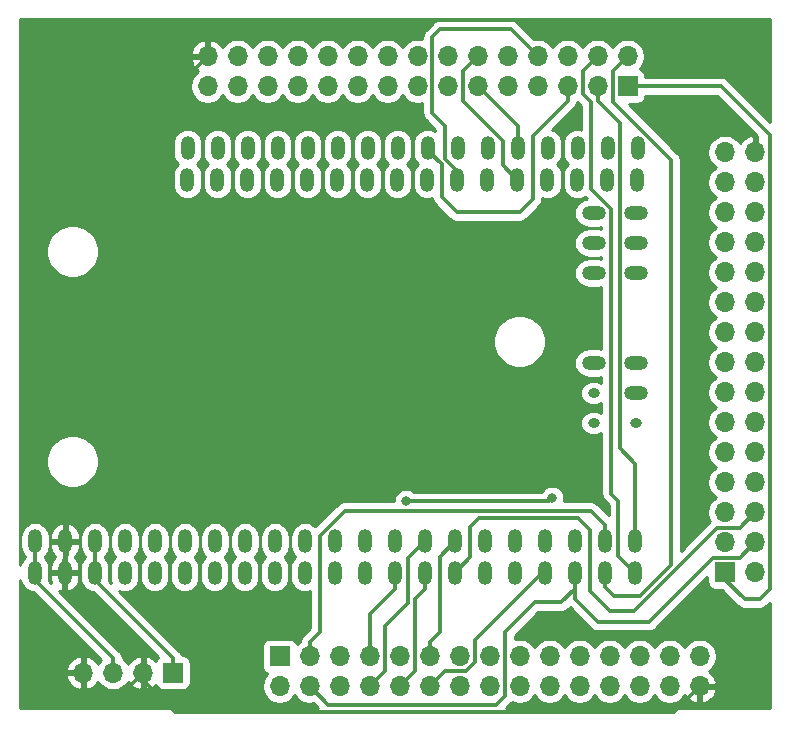
<source format=gbr>
%TF.GenerationSoftware,KiCad,Pcbnew,(5.1.9)-1*%
%TF.CreationDate,2021-09-28T22:23:38+01:00*%
%TF.ProjectId,Mega2560-pro-mini-radio,4d656761-3235-4363-902d-70726f2d6d69,rev?*%
%TF.SameCoordinates,Original*%
%TF.FileFunction,Copper,L2,Bot*%
%TF.FilePolarity,Positive*%
%FSLAX46Y46*%
G04 Gerber Fmt 4.6, Leading zero omitted, Abs format (unit mm)*
G04 Created by KiCad (PCBNEW (5.1.9)-1) date 2021-09-28 22:23:38*
%MOMM*%
%LPD*%
G01*
G04 APERTURE LIST*
%TA.AperFunction,ComponentPad*%
%ADD10O,1.700000X1.700000*%
%TD*%
%TA.AperFunction,ComponentPad*%
%ADD11R,1.700000X1.700000*%
%TD*%
%TA.AperFunction,ComponentPad*%
%ADD12O,1.200000X2.000000*%
%TD*%
%TA.AperFunction,ComponentPad*%
%ADD13O,2.000000X1.200000*%
%TD*%
%TA.AperFunction,ComponentPad*%
%ADD14O,1.000000X0.800000*%
%TD*%
%TA.AperFunction,ViaPad*%
%ADD15C,0.800000*%
%TD*%
%TA.AperFunction,Conductor*%
%ADD16C,0.350000*%
%TD*%
%TA.AperFunction,Conductor*%
%ADD17C,0.254000*%
%TD*%
%TA.AperFunction,Conductor*%
%ADD18C,0.100000*%
%TD*%
G04 APERTURE END LIST*
D10*
%TO.P,J1,30*%
%TO.N,GND*%
X170815000Y-88138000D03*
%TO.P,J1,29*%
%TO.N,N/C*%
X168275000Y-88138000D03*
%TO.P,J1,28*%
X170815000Y-90678000D03*
%TO.P,J1,27*%
X168275000Y-90678000D03*
%TO.P,J1,26*%
X170815000Y-93218000D03*
%TO.P,J1,25*%
X168275000Y-93218000D03*
%TO.P,J1,24*%
X170815000Y-95758000D03*
%TO.P,J1,23*%
X168275000Y-95758000D03*
%TO.P,J1,22*%
X170815000Y-98298000D03*
%TO.P,J1,21*%
X168275000Y-98298000D03*
%TO.P,J1,20*%
X170815000Y-100838000D03*
%TO.P,J1,19*%
X168275000Y-100838000D03*
%TO.P,J1,18*%
X170815000Y-103378000D03*
%TO.P,J1,17*%
X168275000Y-103378000D03*
%TO.P,J1,16*%
X170815000Y-105918000D03*
%TO.P,J1,15*%
X168275000Y-105918000D03*
%TO.P,J1,14*%
X170815000Y-108458000D03*
%TO.P,J1,13*%
%TO.N,DOUT*%
X168275000Y-108458000D03*
%TO.P,J1,12*%
%TO.N,SW_COM_ENC_MHZ*%
X170815000Y-110998000D03*
%TO.P,J1,11*%
%TO.N,B_COM_ENC_MHZ*%
X168275000Y-110998000D03*
%TO.P,J1,10*%
%TO.N,A_COM_ENC_MHZ*%
X170815000Y-113538000D03*
%TO.P,J1,9*%
%TO.N,SW_COM_ENC_KHZ*%
X168275000Y-113538000D03*
%TO.P,J1,8*%
%TO.N,B_COM_ENC_KHZ*%
X170815000Y-116078000D03*
%TO.P,J1,7*%
%TO.N,A_COM_ENC_KHZ*%
X168275000Y-116078000D03*
%TO.P,J1,6*%
%TO.N,COM_SWAP*%
X170815000Y-118618000D03*
%TO.P,J1,5*%
%TO.N,N/C*%
X168275000Y-118618000D03*
%TO.P,J1,4*%
%TO.N,CS_MAX*%
X170815000Y-121158000D03*
%TO.P,J1,3*%
%TO.N,CLK*%
X168275000Y-121158000D03*
%TO.P,J1,2*%
%TO.N,DIN*%
X170815000Y-123698000D03*
D11*
%TO.P,J1,1*%
%TO.N,+5V*%
X168275000Y-123698000D03*
%TD*%
D10*
%TO.P,J4,30*%
%TO.N,GND*%
X124460000Y-80010000D03*
%TO.P,J4,29*%
%TO.N,N/C*%
X124460000Y-82550000D03*
%TO.P,J4,28*%
X127000000Y-80010000D03*
%TO.P,J4,27*%
X127000000Y-82550000D03*
%TO.P,J4,26*%
X129540000Y-80010000D03*
%TO.P,J4,25*%
X129540000Y-82550000D03*
%TO.P,J4,24*%
X132080000Y-80010000D03*
%TO.P,J4,23*%
X132080000Y-82550000D03*
%TO.P,J4,22*%
X134620000Y-80010000D03*
%TO.P,J4,21*%
X134620000Y-82550000D03*
%TO.P,J4,20*%
X137160000Y-80010000D03*
%TO.P,J4,19*%
X137160000Y-82550000D03*
%TO.P,J4,18*%
X139700000Y-80010000D03*
%TO.P,J4,17*%
X139700000Y-82550000D03*
%TO.P,J4,16*%
X142240000Y-80010000D03*
%TO.P,J4,15*%
X142240000Y-82550000D03*
%TO.P,J4,14*%
X144780000Y-80010000D03*
%TO.P,J4,13*%
%TO.N,I_led*%
X144780000Y-82550000D03*
%TO.P,J4,12*%
%TO.N,M_led*%
X147320000Y-80010000D03*
%TO.P,J4,11*%
%TO.N,O_led*%
X147320000Y-82550000D03*
%TO.P,J4,10*%
%TO.N,AUX*%
X149860000Y-80010000D03*
%TO.P,J4,9*%
%TO.N,ADF*%
X149860000Y-82550000D03*
%TO.P,J4,8*%
%TO.N,DME*%
X152400000Y-80010000D03*
%TO.P,J4,7*%
%TO.N,MKR*%
X152400000Y-82550000D03*
%TO.P,J4,6*%
%TO.N,NAV2*%
X154940000Y-80010000D03*
%TO.P,J4,5*%
%TO.N,NAV1*%
X154940000Y-82550000D03*
%TO.P,J4,4*%
%TO.N,BOTH*%
X157480000Y-80010000D03*
%TO.P,J4,3*%
%TO.N,COM2*%
X157480000Y-82550000D03*
%TO.P,J4,2*%
%TO.N,COM1*%
X160020000Y-80010000D03*
D11*
%TO.P,J4,1*%
%TO.N,+5V*%
X160020000Y-82550000D03*
%TD*%
D10*
%TO.P,J2,30*%
%TO.N,GND*%
X166116000Y-133350000D03*
%TO.P,J2,29*%
%TO.N,N/C*%
X166116000Y-130810000D03*
%TO.P,J2,28*%
X163576000Y-133350000D03*
%TO.P,J2,27*%
X163576000Y-130810000D03*
%TO.P,J2,26*%
X161036000Y-133350000D03*
%TO.P,J2,25*%
X161036000Y-130810000D03*
%TO.P,J2,24*%
X158496000Y-133350000D03*
%TO.P,J2,23*%
X158496000Y-130810000D03*
%TO.P,J2,22*%
X155956000Y-133350000D03*
%TO.P,J2,21*%
X155956000Y-130810000D03*
%TO.P,J2,20*%
X153416000Y-133350000D03*
%TO.P,J2,19*%
X153416000Y-130810000D03*
%TO.P,J2,18*%
X150876000Y-133350000D03*
%TO.P,J2,17*%
X150876000Y-130810000D03*
%TO.P,J2,16*%
X148336000Y-133350000D03*
%TO.P,J2,15*%
X148336000Y-130810000D03*
%TO.P,J2,14*%
X145796000Y-133350000D03*
%TO.P,J2,13*%
X145796000Y-130810000D03*
%TO.P,J2,12*%
%TO.N,SW_NAV_ENC_MHZ*%
X143256000Y-133350000D03*
%TO.P,J2,11*%
%TO.N,B_NAV_ENC_MHZ*%
X143256000Y-130810000D03*
%TO.P,J2,10*%
%TO.N,A_NAV_ENC_MHZ*%
X140716000Y-133350000D03*
%TO.P,J2,9*%
%TO.N,SW_NAV_ENC_KHZ*%
X140716000Y-130810000D03*
%TO.P,J2,8*%
%TO.N,B_NAV_ENC_KHZ*%
X138176000Y-133350000D03*
%TO.P,J2,7*%
%TO.N,A_NAV_ENC_KHZ*%
X138176000Y-130810000D03*
%TO.P,J2,6*%
%TO.N,NAV_SWAP*%
X135636000Y-133350000D03*
%TO.P,J2,5*%
%TO.N,N/C*%
X135636000Y-130810000D03*
%TO.P,J2,4*%
%TO.N,CS_MAX*%
X133096000Y-133350000D03*
%TO.P,J2,3*%
%TO.N,CLK*%
X133096000Y-130810000D03*
%TO.P,J2,2*%
%TO.N,DOUT*%
X130556000Y-133350000D03*
D11*
%TO.P,J2,1*%
%TO.N,+5V*%
X130556000Y-130810000D03*
%TD*%
D12*
%TO.P,MCU1,40*%
%TO.N,COM1*%
X158089000Y-123738000D03*
%TO.P,MCU1,2*%
%TO.N,VCC*%
X109829000Y-123738000D03*
%TO.P,MCU1,4*%
%TO.N,GND*%
X112369000Y-123738000D03*
%TO.P,MCU1,6*%
%TO.N,+5V*%
X114909000Y-123738000D03*
%TO.P,MCU1,8*%
%TO.N,N/C*%
X117449000Y-123738000D03*
%TO.P,MCU1,10*%
X119989000Y-123738000D03*
%TO.P,MCU1,12*%
X122529000Y-123738000D03*
%TO.P,MCU1,14*%
X125069000Y-123738000D03*
%TO.P,MCU1,16*%
X127609000Y-123738000D03*
%TO.P,MCU1,18*%
X130149000Y-123738000D03*
%TO.P,MCU1,20*%
X132689000Y-123738000D03*
%TO.P,MCU1,22*%
%TO.N,A_COM_ENC_KHZ*%
X135229000Y-123738000D03*
%TO.P,MCU1,24*%
%TO.N,A_COM_ENC_MHZ*%
X137769000Y-123738000D03*
%TO.P,MCU1,26*%
%TO.N,A_NAV_ENC_KHZ*%
X140309000Y-123738000D03*
%TO.P,MCU1,28*%
%TO.N,A_NAV_ENC_MHZ*%
X142849000Y-123738000D03*
%TO.P,MCU1,30*%
%TO.N,COM_SWAP*%
X145389000Y-123738000D03*
%TO.P,MCU1,36*%
%TO.N,SW_NAV_ENC_MHZ*%
X153009000Y-123738000D03*
%TO.P,MCU1,34*%
%TO.N,NAV_SWAP*%
X150469000Y-123738000D03*
%TO.P,MCU1,32*%
%TO.N,SW_COM_ENC_MHZ*%
X147929000Y-123738000D03*
%TO.P,MCU1,42*%
%TO.N,BOTH*%
X160629000Y-123738000D03*
%TO.P,MCU1,38*%
%TO.N,CS_MAX*%
X155549000Y-123738000D03*
%TO.P,MCU1,1*%
%TO.N,VCC*%
X109859000Y-121088000D03*
%TO.P,MCU1,3*%
%TO.N,GND*%
X112399000Y-121088000D03*
%TO.P,MCU1,5*%
%TO.N,+5V*%
X114939000Y-121088000D03*
%TO.P,MCU1,7*%
%TO.N,N/C*%
X117479000Y-121088000D03*
%TO.P,MCU1,9*%
X120019000Y-121088000D03*
%TO.P,MCU1,11*%
X122559000Y-121088000D03*
%TO.P,MCU1,13*%
X125099000Y-121088000D03*
%TO.P,MCU1,15*%
X127639000Y-121088000D03*
%TO.P,MCU1,17*%
X130179000Y-121088000D03*
%TO.P,MCU1,19*%
X132719000Y-121088000D03*
%TO.P,MCU1,21*%
X135259000Y-121088000D03*
%TO.P,MCU1,23*%
%TO.N,B_COM_ENC_KHZ*%
X137799000Y-121088000D03*
%TO.P,MCU1,25*%
%TO.N,B_COM_ENC_MHZ*%
X140339000Y-121088000D03*
%TO.P,MCU1,27*%
%TO.N,B_NAV_ENC_KHZ*%
X142879000Y-121088000D03*
%TO.P,MCU1,29*%
%TO.N,B_NAV_ENC_MHZ*%
X145419000Y-121088000D03*
%TO.P,MCU1,31*%
%TO.N,SW_COM_ENC_KHZ*%
X147959000Y-121088000D03*
%TO.P,MCU1,33*%
%TO.N,N/C*%
X150499000Y-121088000D03*
%TO.P,MCU1,35*%
%TO.N,SW_NAV_ENC_KHZ*%
X153039000Y-121088000D03*
%TO.P,MCU1,37*%
%TO.N,DIN*%
X155579000Y-121088000D03*
%TO.P,MCU1,39*%
%TO.N,CLK*%
X158119000Y-121088000D03*
%TO.P,MCU1,41*%
%TO.N,COM2*%
X160659000Y-121088000D03*
D13*
%TO.P,MCU1,67*%
%TO.N,N/C*%
X160715667Y-95815845D03*
D14*
%TO.P,MCU1,43*%
X157145667Y-111055845D03*
%TO.P,MCU1,45*%
X157145667Y-108515845D03*
D13*
%TO.P,MCU1,47*%
X157145667Y-105975845D03*
D14*
%TO.P,MCU1,44*%
X160715667Y-111055845D03*
D13*
%TO.P,MCU1,46*%
X160715667Y-108515845D03*
%TO.P,MCU1,48*%
X160715667Y-105975845D03*
%TO.P,MCU1,65*%
X160715667Y-93275845D03*
%TO.P,MCU1,69*%
X160715667Y-98355845D03*
%TO.P,MCU1,70*%
X157145667Y-98355845D03*
%TO.P,MCU1,68*%
X157145667Y-95815845D03*
%TO.P,MCU1,66*%
X157145667Y-93275845D03*
D12*
%TO.P,MCU1,62*%
X158309000Y-90458000D03*
%TO.P,MCU1,72*%
X122749000Y-90458000D03*
%TO.P,MCU1,74*%
X125289000Y-90458000D03*
%TO.P,MCU1,76*%
X127829000Y-90458000D03*
%TO.P,MCU1,78*%
X130369000Y-90458000D03*
%TO.P,MCU1,80*%
X132909000Y-90458000D03*
%TO.P,MCU1,82*%
X135449000Y-90458000D03*
%TO.P,MCU1,84*%
X137989000Y-90458000D03*
%TO.P,MCU1,86*%
X140529000Y-90458000D03*
%TO.P,MCU1,50*%
%TO.N,NAV2*%
X143069000Y-90458000D03*
%TO.P,MCU1,52*%
%TO.N,DME*%
X145609000Y-90458000D03*
%TO.P,MCU1,58*%
%TO.N,N/C*%
X153229000Y-90458000D03*
%TO.P,MCU1,56*%
%TO.N,M_led*%
X150689000Y-90458000D03*
%TO.P,MCU1,54*%
%TO.N,AUX*%
X148149000Y-90458000D03*
%TO.P,MCU1,64*%
%TO.N,N/C*%
X160849000Y-90458000D03*
%TO.P,MCU1,60*%
X155769000Y-90458000D03*
%TO.P,MCU1,71*%
X122779000Y-87808000D03*
%TO.P,MCU1,73*%
X125319000Y-87808000D03*
%TO.P,MCU1,75*%
X127859000Y-87808000D03*
%TO.P,MCU1,77*%
X130399000Y-87808000D03*
%TO.P,MCU1,79*%
X132939000Y-87808000D03*
%TO.P,MCU1,81*%
X135479000Y-87808000D03*
%TO.P,MCU1,83*%
X138019000Y-87808000D03*
%TO.P,MCU1,85*%
X140559000Y-87808000D03*
%TO.P,MCU1,49*%
%TO.N,NAV1*%
X143099000Y-87808000D03*
%TO.P,MCU1,51*%
%TO.N,MKR*%
X145639000Y-87808000D03*
%TO.P,MCU1,53*%
%TO.N,ADF*%
X148179000Y-87808000D03*
%TO.P,MCU1,55*%
%TO.N,O_led*%
X150719000Y-87808000D03*
%TO.P,MCU1,57*%
%TO.N,I_led*%
X153259000Y-87808000D03*
%TO.P,MCU1,59*%
%TO.N,N/C*%
X155799000Y-87808000D03*
%TO.P,MCU1,61*%
X158339000Y-87808000D03*
%TO.P,MCU1,63*%
X160879000Y-87808000D03*
%TD*%
D10*
%TO.P,J3,4*%
%TO.N,GND*%
X113919000Y-132207000D03*
%TO.P,J3,3*%
%TO.N,VCC*%
X116459000Y-132207000D03*
%TO.P,J3,2*%
%TO.N,GND*%
X118999000Y-132207000D03*
D11*
%TO.P,J3,1*%
%TO.N,+5V*%
X121539000Y-132207000D03*
%TD*%
D15*
%TO.N,B_COM_ENC_KHZ*%
X153646300Y-117388500D03*
X141270900Y-117675500D03*
%TD*%
D16*
%TO.N,GND*%
X118999000Y-132207000D02*
X118400900Y-132207000D01*
X112399000Y-119712700D02*
X112399000Y-121088000D01*
X121215200Y-110896500D02*
X112399000Y-119712700D01*
X121215200Y-83254800D02*
X121215200Y-110896500D01*
X124460000Y-80010000D02*
X121215200Y-83254800D01*
X121683890Y-135489990D02*
X118400900Y-132207000D01*
X163976010Y-135489990D02*
X121683890Y-135489990D01*
X166116000Y-133350000D02*
X163976010Y-135489990D01*
X113919000Y-132207000D02*
X113919000Y-134239000D01*
X113919000Y-134239000D02*
X114681000Y-135001000D01*
X116205000Y-135001000D02*
X118999000Y-132207000D01*
X114681000Y-135001000D02*
X116205000Y-135001000D01*
%TO.N,B_COM_ENC_KHZ*%
X141270900Y-117675500D02*
X153359300Y-117675500D01*
X153359300Y-117675500D02*
X153646300Y-117388500D01*
%TO.N,COM_SWAP*%
X146689000Y-122438000D02*
X145389000Y-123738000D01*
X146689000Y-119884000D02*
X146689000Y-122438000D01*
X156819000Y-125323000D02*
X156819000Y-120116000D01*
X158496000Y-127000000D02*
X156819000Y-125323000D01*
X156819000Y-120116000D02*
X155829000Y-119126000D01*
X167611233Y-119932600D02*
X160543833Y-127000000D01*
X147447000Y-119126000D02*
X146689000Y-119884000D01*
X155829000Y-119126000D02*
X147447000Y-119126000D01*
X169500400Y-119932600D02*
X167611233Y-119932600D01*
X160543833Y-127000000D02*
X158496000Y-127000000D01*
X170815000Y-118618000D02*
X169500400Y-119932600D01*
%TO.N,CS_MAX*%
X155549000Y-123738000D02*
X155549000Y-125113300D01*
X152146000Y-126238000D02*
X154424300Y-126238000D01*
X154424300Y-126238000D02*
X155549000Y-125113300D01*
X149650999Y-128733001D02*
X152146000Y-126238000D01*
X149650999Y-134194001D02*
X149650999Y-128733001D01*
X148905020Y-134939980D02*
X149650999Y-134194001D01*
X134685980Y-134939980D02*
X148905020Y-134939980D01*
X133096000Y-133350000D02*
X134685980Y-134939980D01*
X155549000Y-125958000D02*
X155549000Y-125113300D01*
X157480000Y-127889000D02*
X155549000Y-125958000D01*
X161842700Y-127889000D02*
X157480000Y-127889000D01*
X167259100Y-122472600D02*
X161842700Y-127889000D01*
X169500400Y-122472600D02*
X167259100Y-122472600D01*
X170815000Y-121158000D02*
X169500400Y-122472600D01*
%TO.N,CLK*%
X133959000Y-120602100D02*
X133959000Y-128721700D01*
X133096000Y-129584700D02*
X133096000Y-130810000D01*
X133959000Y-128721700D02*
X133096000Y-129584700D01*
X136070100Y-118491000D02*
X133959000Y-120602100D01*
X156897300Y-118491000D02*
X136070100Y-118491000D01*
X158119000Y-119712700D02*
X156897300Y-118491000D01*
X158119000Y-121088000D02*
X158119000Y-119712700D01*
%TO.N,+5V*%
X114939000Y-122463300D02*
X114909000Y-122493300D01*
X114909000Y-122493300D02*
X114909000Y-123738000D01*
X114939000Y-121088000D02*
X114939000Y-122463300D01*
X167894000Y-82550000D02*
X160020000Y-82550000D01*
X172052100Y-86708100D02*
X167894000Y-82550000D01*
X172052100Y-125127900D02*
X172052100Y-86708100D01*
X171196000Y-125984000D02*
X172052100Y-125127900D01*
X169926000Y-125984000D02*
X171196000Y-125984000D01*
X168275000Y-124333000D02*
X169926000Y-125984000D01*
X168275000Y-123698000D02*
X168275000Y-124333000D01*
X121539000Y-130981700D02*
X121539000Y-132207000D01*
X114909000Y-124351700D02*
X121539000Y-130981700D01*
X114909000Y-123738000D02*
X114909000Y-124351700D01*
%TO.N,SW_NAV_ENC_MHZ*%
X146302100Y-132080000D02*
X144526000Y-132080000D01*
X147066000Y-131316100D02*
X146302100Y-132080000D01*
X144526000Y-132080000D02*
X143256000Y-133350000D01*
X152741000Y-123738000D02*
X147066000Y-129413000D01*
X153009000Y-123738000D02*
X152741000Y-123738000D01*
X147066000Y-129413000D02*
X147066000Y-131316100D01*
%TO.N,B_NAV_ENC_MHZ*%
X143256000Y-130810000D02*
X143256000Y-129584700D01*
X145419000Y-121088000D02*
X144119000Y-122388000D01*
X144119000Y-122388000D02*
X144119000Y-128721700D01*
X144119000Y-128721700D02*
X143256000Y-129584700D01*
%TO.N,A_NAV_ENC_MHZ*%
X142849000Y-125113300D02*
X142849000Y-123738000D01*
X141986000Y-125976300D02*
X142849000Y-125113300D01*
X141986000Y-132080000D02*
X141986000Y-125976300D01*
X140716000Y-133350000D02*
X141986000Y-132080000D01*
%TO.N,B_NAV_ENC_KHZ*%
X141435600Y-122531400D02*
X142879000Y-121088000D01*
X141435600Y-126285900D02*
X141435600Y-122531400D01*
X139446000Y-128275500D02*
X141435600Y-126285900D01*
X139446000Y-132080000D02*
X139446000Y-128275500D01*
X138176000Y-133350000D02*
X139446000Y-132080000D01*
%TO.N,A_NAV_ENC_KHZ*%
X140309000Y-123738000D02*
X140309000Y-125113300D01*
X140309000Y-125113300D02*
X138176000Y-127246300D01*
X138176000Y-127246300D02*
X138176000Y-130810000D01*
%TO.N,VCC*%
X109859000Y-121088000D02*
X109859000Y-122463300D01*
X109859000Y-122463300D02*
X109829000Y-122493300D01*
X109829000Y-122493300D02*
X109829000Y-123738000D01*
X116459000Y-130981700D02*
X116459000Y-132207000D01*
X109829000Y-124351700D02*
X116459000Y-130981700D01*
X109829000Y-123738000D02*
X109829000Y-124351700D01*
%TO.N,M_led*%
X149479000Y-89248000D02*
X150689000Y-90458000D01*
X149479000Y-87205900D02*
X149479000Y-89248000D01*
X146094600Y-83821500D02*
X149479000Y-87205900D01*
X146094600Y-81235400D02*
X146094600Y-83821500D01*
X147320000Y-80010000D02*
X146094600Y-81235400D01*
%TO.N,O_led*%
X150719000Y-85949000D02*
X147320000Y-82550000D01*
X150719000Y-87808000D02*
X150719000Y-85949000D01*
%TO.N,DME*%
X145609000Y-89728600D02*
X145609000Y-90458000D01*
X144563700Y-88683300D02*
X145609000Y-89728600D01*
X144563700Y-85890000D02*
X144563700Y-88683300D01*
X143465001Y-84791301D02*
X144563700Y-85890000D01*
X143465001Y-78403999D02*
X143465001Y-84791301D01*
X144145000Y-77724000D02*
X143465001Y-78403999D01*
X150114000Y-77724000D02*
X144145000Y-77724000D01*
X152400000Y-80010000D02*
X150114000Y-77724000D01*
%TO.N,NAV1*%
X151989000Y-86726300D02*
X154940000Y-83775300D01*
X151989000Y-92105000D02*
X151989000Y-86726300D01*
X154940000Y-83775300D02*
X154940000Y-82550000D01*
X150876000Y-93218000D02*
X151989000Y-92105000D01*
X145542000Y-93218000D02*
X150876000Y-93218000D01*
X144272000Y-91948000D02*
X145542000Y-93218000D01*
X144272000Y-89170000D02*
X144272000Y-91948000D01*
X143099000Y-87997000D02*
X144272000Y-89170000D01*
X143099000Y-87808000D02*
X143099000Y-87997000D01*
%TO.N,BOTH*%
X158623000Y-92933100D02*
X158623000Y-117031700D01*
X156929600Y-91239700D02*
X158623000Y-92933100D01*
X159219000Y-122328000D02*
X160629000Y-123738000D01*
X158623000Y-117031700D02*
X159219000Y-117627700D01*
X156210000Y-83180200D02*
X156929600Y-83899800D01*
X156210000Y-81280000D02*
X156210000Y-83180200D01*
X157480000Y-80010000D02*
X156210000Y-81280000D01*
X156929600Y-83899800D02*
X156929600Y-91239700D01*
X159219000Y-117627700D02*
X159219000Y-122328000D01*
%TO.N,COM2*%
X160659000Y-114524500D02*
X160659000Y-121088000D01*
X159340400Y-85635700D02*
X159340400Y-113205900D01*
X159340400Y-113205900D02*
X160659000Y-114524500D01*
X157480000Y-83775300D02*
X159340400Y-85635700D01*
X157480000Y-82550000D02*
X157480000Y-83775300D01*
%TO.N,COM1*%
X158877000Y-125730000D02*
X158089000Y-124942000D01*
X161036000Y-125730000D02*
X158877000Y-125730000D01*
X163703000Y-123063000D02*
X161036000Y-125730000D01*
X163703000Y-88760700D02*
X163703000Y-123063000D01*
X158794600Y-83852300D02*
X163703000Y-88760700D01*
X158089000Y-124942000D02*
X158089000Y-123738000D01*
X158794600Y-81235400D02*
X158794600Y-83852300D01*
X160020000Y-80010000D02*
X158794600Y-81235400D01*
%TD*%
D17*
%TO.N,GND*%
X166786928Y-124548000D02*
X166799188Y-124672482D01*
X166835498Y-124792180D01*
X166894463Y-124902494D01*
X166973815Y-124999185D01*
X167070506Y-125078537D01*
X167180820Y-125137502D01*
X167300518Y-125173812D01*
X167425000Y-125186072D01*
X167982560Y-125186072D01*
X169325105Y-126528618D01*
X169350472Y-126559528D01*
X169473811Y-126660749D01*
X169614526Y-126735963D01*
X169767212Y-126782280D01*
X169926000Y-126797919D01*
X169965791Y-126794000D01*
X171156212Y-126794000D01*
X171196000Y-126797919D01*
X171235788Y-126794000D01*
X171235791Y-126794000D01*
X171354788Y-126782280D01*
X171507473Y-126735963D01*
X171648189Y-126660749D01*
X171771528Y-126559528D01*
X171796899Y-126528613D01*
X172060000Y-126265512D01*
X172060000Y-135230000D01*
X149760512Y-135230000D01*
X150195618Y-134794895D01*
X150226527Y-134769529D01*
X150276258Y-134708931D01*
X150442842Y-134777932D01*
X150729740Y-134835000D01*
X151022260Y-134835000D01*
X151309158Y-134777932D01*
X151579411Y-134665990D01*
X151822632Y-134503475D01*
X152029475Y-134296632D01*
X152146000Y-134122240D01*
X152262525Y-134296632D01*
X152469368Y-134503475D01*
X152712589Y-134665990D01*
X152982842Y-134777932D01*
X153269740Y-134835000D01*
X153562260Y-134835000D01*
X153849158Y-134777932D01*
X154119411Y-134665990D01*
X154362632Y-134503475D01*
X154569475Y-134296632D01*
X154686000Y-134122240D01*
X154802525Y-134296632D01*
X155009368Y-134503475D01*
X155252589Y-134665990D01*
X155522842Y-134777932D01*
X155809740Y-134835000D01*
X156102260Y-134835000D01*
X156389158Y-134777932D01*
X156659411Y-134665990D01*
X156902632Y-134503475D01*
X157109475Y-134296632D01*
X157226000Y-134122240D01*
X157342525Y-134296632D01*
X157549368Y-134503475D01*
X157792589Y-134665990D01*
X158062842Y-134777932D01*
X158349740Y-134835000D01*
X158642260Y-134835000D01*
X158929158Y-134777932D01*
X159199411Y-134665990D01*
X159442632Y-134503475D01*
X159649475Y-134296632D01*
X159766000Y-134122240D01*
X159882525Y-134296632D01*
X160089368Y-134503475D01*
X160332589Y-134665990D01*
X160602842Y-134777932D01*
X160889740Y-134835000D01*
X161182260Y-134835000D01*
X161469158Y-134777932D01*
X161739411Y-134665990D01*
X161982632Y-134503475D01*
X162189475Y-134296632D01*
X162306000Y-134122240D01*
X162422525Y-134296632D01*
X162629368Y-134503475D01*
X162872589Y-134665990D01*
X163142842Y-134777932D01*
X163429740Y-134835000D01*
X163722260Y-134835000D01*
X164009158Y-134777932D01*
X164279411Y-134665990D01*
X164522632Y-134503475D01*
X164729475Y-134296632D01*
X164851195Y-134114466D01*
X164920822Y-134231355D01*
X165115731Y-134447588D01*
X165349080Y-134621641D01*
X165611901Y-134746825D01*
X165759110Y-134791476D01*
X165989000Y-134670155D01*
X165989000Y-133477000D01*
X166243000Y-133477000D01*
X166243000Y-134670155D01*
X166472890Y-134791476D01*
X166620099Y-134746825D01*
X166882920Y-134621641D01*
X167116269Y-134447588D01*
X167311178Y-134231355D01*
X167460157Y-133981252D01*
X167557481Y-133706891D01*
X167436814Y-133477000D01*
X166243000Y-133477000D01*
X165989000Y-133477000D01*
X165969000Y-133477000D01*
X165969000Y-133223000D01*
X165989000Y-133223000D01*
X165989000Y-133203000D01*
X166243000Y-133203000D01*
X166243000Y-133223000D01*
X167436814Y-133223000D01*
X167557481Y-132993109D01*
X167460157Y-132718748D01*
X167311178Y-132468645D01*
X167116269Y-132252412D01*
X166886594Y-132081100D01*
X167062632Y-131963475D01*
X167269475Y-131756632D01*
X167431990Y-131513411D01*
X167543932Y-131243158D01*
X167601000Y-130956260D01*
X167601000Y-130663740D01*
X167543932Y-130376842D01*
X167431990Y-130106589D01*
X167269475Y-129863368D01*
X167062632Y-129656525D01*
X166819411Y-129494010D01*
X166549158Y-129382068D01*
X166262260Y-129325000D01*
X165969740Y-129325000D01*
X165682842Y-129382068D01*
X165412589Y-129494010D01*
X165169368Y-129656525D01*
X164962525Y-129863368D01*
X164846000Y-130037760D01*
X164729475Y-129863368D01*
X164522632Y-129656525D01*
X164279411Y-129494010D01*
X164009158Y-129382068D01*
X163722260Y-129325000D01*
X163429740Y-129325000D01*
X163142842Y-129382068D01*
X162872589Y-129494010D01*
X162629368Y-129656525D01*
X162422525Y-129863368D01*
X162306000Y-130037760D01*
X162189475Y-129863368D01*
X161982632Y-129656525D01*
X161739411Y-129494010D01*
X161469158Y-129382068D01*
X161182260Y-129325000D01*
X160889740Y-129325000D01*
X160602842Y-129382068D01*
X160332589Y-129494010D01*
X160089368Y-129656525D01*
X159882525Y-129863368D01*
X159766000Y-130037760D01*
X159649475Y-129863368D01*
X159442632Y-129656525D01*
X159199411Y-129494010D01*
X158929158Y-129382068D01*
X158642260Y-129325000D01*
X158349740Y-129325000D01*
X158062842Y-129382068D01*
X157792589Y-129494010D01*
X157549368Y-129656525D01*
X157342525Y-129863368D01*
X157226000Y-130037760D01*
X157109475Y-129863368D01*
X156902632Y-129656525D01*
X156659411Y-129494010D01*
X156389158Y-129382068D01*
X156102260Y-129325000D01*
X155809740Y-129325000D01*
X155522842Y-129382068D01*
X155252589Y-129494010D01*
X155009368Y-129656525D01*
X154802525Y-129863368D01*
X154686000Y-130037760D01*
X154569475Y-129863368D01*
X154362632Y-129656525D01*
X154119411Y-129494010D01*
X153849158Y-129382068D01*
X153562260Y-129325000D01*
X153269740Y-129325000D01*
X152982842Y-129382068D01*
X152712589Y-129494010D01*
X152469368Y-129656525D01*
X152262525Y-129863368D01*
X152146000Y-130037760D01*
X152029475Y-129863368D01*
X151822632Y-129656525D01*
X151579411Y-129494010D01*
X151309158Y-129382068D01*
X151022260Y-129325000D01*
X150729740Y-129325000D01*
X150460999Y-129378456D01*
X150460999Y-129068513D01*
X152481513Y-127048000D01*
X154384512Y-127048000D01*
X154424300Y-127051919D01*
X154464088Y-127048000D01*
X154464091Y-127048000D01*
X154583088Y-127036280D01*
X154735773Y-126989963D01*
X154876489Y-126914749D01*
X154999828Y-126813528D01*
X155025199Y-126782613D01*
X155126650Y-126681162D01*
X156879105Y-128433618D01*
X156904472Y-128464528D01*
X157027811Y-128565749D01*
X157168527Y-128640963D01*
X157321212Y-128687280D01*
X157440209Y-128699000D01*
X157440211Y-128699000D01*
X157479999Y-128702919D01*
X157519787Y-128699000D01*
X161802912Y-128699000D01*
X161842700Y-128702919D01*
X161882488Y-128699000D01*
X161882491Y-128699000D01*
X162001488Y-128687280D01*
X162154173Y-128640963D01*
X162294889Y-128565749D01*
X162418228Y-128464528D01*
X162443600Y-128433612D01*
X166786928Y-124090285D01*
X166786928Y-124548000D01*
%TA.AperFunction,Conductor*%
D18*
G36*
X166786928Y-124548000D02*
G01*
X166799188Y-124672482D01*
X166835498Y-124792180D01*
X166894463Y-124902494D01*
X166973815Y-124999185D01*
X167070506Y-125078537D01*
X167180820Y-125137502D01*
X167300518Y-125173812D01*
X167425000Y-125186072D01*
X167982560Y-125186072D01*
X169325105Y-126528618D01*
X169350472Y-126559528D01*
X169473811Y-126660749D01*
X169614526Y-126735963D01*
X169767212Y-126782280D01*
X169926000Y-126797919D01*
X169965791Y-126794000D01*
X171156212Y-126794000D01*
X171196000Y-126797919D01*
X171235788Y-126794000D01*
X171235791Y-126794000D01*
X171354788Y-126782280D01*
X171507473Y-126735963D01*
X171648189Y-126660749D01*
X171771528Y-126559528D01*
X171796899Y-126528613D01*
X172060000Y-126265512D01*
X172060000Y-135230000D01*
X149760512Y-135230000D01*
X150195618Y-134794895D01*
X150226527Y-134769529D01*
X150276258Y-134708931D01*
X150442842Y-134777932D01*
X150729740Y-134835000D01*
X151022260Y-134835000D01*
X151309158Y-134777932D01*
X151579411Y-134665990D01*
X151822632Y-134503475D01*
X152029475Y-134296632D01*
X152146000Y-134122240D01*
X152262525Y-134296632D01*
X152469368Y-134503475D01*
X152712589Y-134665990D01*
X152982842Y-134777932D01*
X153269740Y-134835000D01*
X153562260Y-134835000D01*
X153849158Y-134777932D01*
X154119411Y-134665990D01*
X154362632Y-134503475D01*
X154569475Y-134296632D01*
X154686000Y-134122240D01*
X154802525Y-134296632D01*
X155009368Y-134503475D01*
X155252589Y-134665990D01*
X155522842Y-134777932D01*
X155809740Y-134835000D01*
X156102260Y-134835000D01*
X156389158Y-134777932D01*
X156659411Y-134665990D01*
X156902632Y-134503475D01*
X157109475Y-134296632D01*
X157226000Y-134122240D01*
X157342525Y-134296632D01*
X157549368Y-134503475D01*
X157792589Y-134665990D01*
X158062842Y-134777932D01*
X158349740Y-134835000D01*
X158642260Y-134835000D01*
X158929158Y-134777932D01*
X159199411Y-134665990D01*
X159442632Y-134503475D01*
X159649475Y-134296632D01*
X159766000Y-134122240D01*
X159882525Y-134296632D01*
X160089368Y-134503475D01*
X160332589Y-134665990D01*
X160602842Y-134777932D01*
X160889740Y-134835000D01*
X161182260Y-134835000D01*
X161469158Y-134777932D01*
X161739411Y-134665990D01*
X161982632Y-134503475D01*
X162189475Y-134296632D01*
X162306000Y-134122240D01*
X162422525Y-134296632D01*
X162629368Y-134503475D01*
X162872589Y-134665990D01*
X163142842Y-134777932D01*
X163429740Y-134835000D01*
X163722260Y-134835000D01*
X164009158Y-134777932D01*
X164279411Y-134665990D01*
X164522632Y-134503475D01*
X164729475Y-134296632D01*
X164851195Y-134114466D01*
X164920822Y-134231355D01*
X165115731Y-134447588D01*
X165349080Y-134621641D01*
X165611901Y-134746825D01*
X165759110Y-134791476D01*
X165989000Y-134670155D01*
X165989000Y-133477000D01*
X166243000Y-133477000D01*
X166243000Y-134670155D01*
X166472890Y-134791476D01*
X166620099Y-134746825D01*
X166882920Y-134621641D01*
X167116269Y-134447588D01*
X167311178Y-134231355D01*
X167460157Y-133981252D01*
X167557481Y-133706891D01*
X167436814Y-133477000D01*
X166243000Y-133477000D01*
X165989000Y-133477000D01*
X165969000Y-133477000D01*
X165969000Y-133223000D01*
X165989000Y-133223000D01*
X165989000Y-133203000D01*
X166243000Y-133203000D01*
X166243000Y-133223000D01*
X167436814Y-133223000D01*
X167557481Y-132993109D01*
X167460157Y-132718748D01*
X167311178Y-132468645D01*
X167116269Y-132252412D01*
X166886594Y-132081100D01*
X167062632Y-131963475D01*
X167269475Y-131756632D01*
X167431990Y-131513411D01*
X167543932Y-131243158D01*
X167601000Y-130956260D01*
X167601000Y-130663740D01*
X167543932Y-130376842D01*
X167431990Y-130106589D01*
X167269475Y-129863368D01*
X167062632Y-129656525D01*
X166819411Y-129494010D01*
X166549158Y-129382068D01*
X166262260Y-129325000D01*
X165969740Y-129325000D01*
X165682842Y-129382068D01*
X165412589Y-129494010D01*
X165169368Y-129656525D01*
X164962525Y-129863368D01*
X164846000Y-130037760D01*
X164729475Y-129863368D01*
X164522632Y-129656525D01*
X164279411Y-129494010D01*
X164009158Y-129382068D01*
X163722260Y-129325000D01*
X163429740Y-129325000D01*
X163142842Y-129382068D01*
X162872589Y-129494010D01*
X162629368Y-129656525D01*
X162422525Y-129863368D01*
X162306000Y-130037760D01*
X162189475Y-129863368D01*
X161982632Y-129656525D01*
X161739411Y-129494010D01*
X161469158Y-129382068D01*
X161182260Y-129325000D01*
X160889740Y-129325000D01*
X160602842Y-129382068D01*
X160332589Y-129494010D01*
X160089368Y-129656525D01*
X159882525Y-129863368D01*
X159766000Y-130037760D01*
X159649475Y-129863368D01*
X159442632Y-129656525D01*
X159199411Y-129494010D01*
X158929158Y-129382068D01*
X158642260Y-129325000D01*
X158349740Y-129325000D01*
X158062842Y-129382068D01*
X157792589Y-129494010D01*
X157549368Y-129656525D01*
X157342525Y-129863368D01*
X157226000Y-130037760D01*
X157109475Y-129863368D01*
X156902632Y-129656525D01*
X156659411Y-129494010D01*
X156389158Y-129382068D01*
X156102260Y-129325000D01*
X155809740Y-129325000D01*
X155522842Y-129382068D01*
X155252589Y-129494010D01*
X155009368Y-129656525D01*
X154802525Y-129863368D01*
X154686000Y-130037760D01*
X154569475Y-129863368D01*
X154362632Y-129656525D01*
X154119411Y-129494010D01*
X153849158Y-129382068D01*
X153562260Y-129325000D01*
X153269740Y-129325000D01*
X152982842Y-129382068D01*
X152712589Y-129494010D01*
X152469368Y-129656525D01*
X152262525Y-129863368D01*
X152146000Y-130037760D01*
X152029475Y-129863368D01*
X151822632Y-129656525D01*
X151579411Y-129494010D01*
X151309158Y-129382068D01*
X151022260Y-129325000D01*
X150729740Y-129325000D01*
X150460999Y-129378456D01*
X150460999Y-129068513D01*
X152481513Y-127048000D01*
X154384512Y-127048000D01*
X154424300Y-127051919D01*
X154464088Y-127048000D01*
X154464091Y-127048000D01*
X154583088Y-127036280D01*
X154735773Y-126989963D01*
X154876489Y-126914749D01*
X154999828Y-126813528D01*
X155025199Y-126782613D01*
X155126650Y-126681162D01*
X156879105Y-128433618D01*
X156904472Y-128464528D01*
X157027811Y-128565749D01*
X157168527Y-128640963D01*
X157321212Y-128687280D01*
X157440209Y-128699000D01*
X157440211Y-128699000D01*
X157479999Y-128702919D01*
X157519787Y-128699000D01*
X161802912Y-128699000D01*
X161842700Y-128702919D01*
X161882488Y-128699000D01*
X161882491Y-128699000D01*
X162001488Y-128687280D01*
X162154173Y-128640963D01*
X162294889Y-128565749D01*
X162418228Y-128464528D01*
X162443600Y-128433612D01*
X166786928Y-124090285D01*
X166786928Y-124548000D01*
G37*
%TD.AperFunction*%
D17*
X172060001Y-85570488D02*
X168494900Y-82005388D01*
X168469528Y-81974472D01*
X168346189Y-81873251D01*
X168205473Y-81798037D01*
X168052788Y-81751720D01*
X167933791Y-81740000D01*
X167933788Y-81740000D01*
X167894000Y-81736081D01*
X167854212Y-81740000D01*
X161508072Y-81740000D01*
X161508072Y-81700000D01*
X161495812Y-81575518D01*
X161459502Y-81455820D01*
X161400537Y-81345506D01*
X161321185Y-81248815D01*
X161224494Y-81169463D01*
X161114180Y-81110498D01*
X161041620Y-81088487D01*
X161173475Y-80956632D01*
X161335990Y-80713411D01*
X161447932Y-80443158D01*
X161505000Y-80156260D01*
X161505000Y-79863740D01*
X161447932Y-79576842D01*
X161335990Y-79306589D01*
X161173475Y-79063368D01*
X160966632Y-78856525D01*
X160723411Y-78694010D01*
X160453158Y-78582068D01*
X160166260Y-78525000D01*
X159873740Y-78525000D01*
X159586842Y-78582068D01*
X159316589Y-78694010D01*
X159073368Y-78856525D01*
X158866525Y-79063368D01*
X158750000Y-79237760D01*
X158633475Y-79063368D01*
X158426632Y-78856525D01*
X158183411Y-78694010D01*
X157913158Y-78582068D01*
X157626260Y-78525000D01*
X157333740Y-78525000D01*
X157046842Y-78582068D01*
X156776589Y-78694010D01*
X156533368Y-78856525D01*
X156326525Y-79063368D01*
X156210000Y-79237760D01*
X156093475Y-79063368D01*
X155886632Y-78856525D01*
X155643411Y-78694010D01*
X155373158Y-78582068D01*
X155086260Y-78525000D01*
X154793740Y-78525000D01*
X154506842Y-78582068D01*
X154236589Y-78694010D01*
X153993368Y-78856525D01*
X153786525Y-79063368D01*
X153670000Y-79237760D01*
X153553475Y-79063368D01*
X153346632Y-78856525D01*
X153103411Y-78694010D01*
X152833158Y-78582068D01*
X152546260Y-78525000D01*
X152253740Y-78525000D01*
X152092571Y-78557059D01*
X150714899Y-77179387D01*
X150689528Y-77148472D01*
X150566189Y-77047251D01*
X150425473Y-76972037D01*
X150272788Y-76925720D01*
X150153791Y-76914000D01*
X150153788Y-76914000D01*
X150114000Y-76910081D01*
X150074212Y-76914000D01*
X144184788Y-76914000D01*
X144145000Y-76910081D01*
X144105212Y-76914000D01*
X144105209Y-76914000D01*
X143986212Y-76925720D01*
X143833527Y-76972037D01*
X143692811Y-77047251D01*
X143569472Y-77148472D01*
X143544105Y-77179382D01*
X142920388Y-77803100D01*
X142889473Y-77828471D01*
X142819704Y-77913486D01*
X142788252Y-77951810D01*
X142748050Y-78027024D01*
X142713038Y-78092527D01*
X142666721Y-78245212D01*
X142655001Y-78364208D01*
X142651082Y-78403999D01*
X142655001Y-78443787D01*
X142655001Y-78578456D01*
X142386260Y-78525000D01*
X142093740Y-78525000D01*
X141806842Y-78582068D01*
X141536589Y-78694010D01*
X141293368Y-78856525D01*
X141086525Y-79063368D01*
X140970000Y-79237760D01*
X140853475Y-79063368D01*
X140646632Y-78856525D01*
X140403411Y-78694010D01*
X140133158Y-78582068D01*
X139846260Y-78525000D01*
X139553740Y-78525000D01*
X139266842Y-78582068D01*
X138996589Y-78694010D01*
X138753368Y-78856525D01*
X138546525Y-79063368D01*
X138430000Y-79237760D01*
X138313475Y-79063368D01*
X138106632Y-78856525D01*
X137863411Y-78694010D01*
X137593158Y-78582068D01*
X137306260Y-78525000D01*
X137013740Y-78525000D01*
X136726842Y-78582068D01*
X136456589Y-78694010D01*
X136213368Y-78856525D01*
X136006525Y-79063368D01*
X135890000Y-79237760D01*
X135773475Y-79063368D01*
X135566632Y-78856525D01*
X135323411Y-78694010D01*
X135053158Y-78582068D01*
X134766260Y-78525000D01*
X134473740Y-78525000D01*
X134186842Y-78582068D01*
X133916589Y-78694010D01*
X133673368Y-78856525D01*
X133466525Y-79063368D01*
X133350000Y-79237760D01*
X133233475Y-79063368D01*
X133026632Y-78856525D01*
X132783411Y-78694010D01*
X132513158Y-78582068D01*
X132226260Y-78525000D01*
X131933740Y-78525000D01*
X131646842Y-78582068D01*
X131376589Y-78694010D01*
X131133368Y-78856525D01*
X130926525Y-79063368D01*
X130810000Y-79237760D01*
X130693475Y-79063368D01*
X130486632Y-78856525D01*
X130243411Y-78694010D01*
X129973158Y-78582068D01*
X129686260Y-78525000D01*
X129393740Y-78525000D01*
X129106842Y-78582068D01*
X128836589Y-78694010D01*
X128593368Y-78856525D01*
X128386525Y-79063368D01*
X128270000Y-79237760D01*
X128153475Y-79063368D01*
X127946632Y-78856525D01*
X127703411Y-78694010D01*
X127433158Y-78582068D01*
X127146260Y-78525000D01*
X126853740Y-78525000D01*
X126566842Y-78582068D01*
X126296589Y-78694010D01*
X126053368Y-78856525D01*
X125846525Y-79063368D01*
X125724805Y-79245534D01*
X125655178Y-79128645D01*
X125460269Y-78912412D01*
X125226920Y-78738359D01*
X124964099Y-78613175D01*
X124816890Y-78568524D01*
X124587000Y-78689845D01*
X124587000Y-79883000D01*
X124607000Y-79883000D01*
X124607000Y-80137000D01*
X124587000Y-80137000D01*
X124587000Y-80157000D01*
X124333000Y-80157000D01*
X124333000Y-80137000D01*
X123139186Y-80137000D01*
X123018519Y-80366891D01*
X123115843Y-80641252D01*
X123264822Y-80891355D01*
X123459731Y-81107588D01*
X123689406Y-81278900D01*
X123513368Y-81396525D01*
X123306525Y-81603368D01*
X123144010Y-81846589D01*
X123032068Y-82116842D01*
X122975000Y-82403740D01*
X122975000Y-82696260D01*
X123032068Y-82983158D01*
X123144010Y-83253411D01*
X123306525Y-83496632D01*
X123513368Y-83703475D01*
X123756589Y-83865990D01*
X124026842Y-83977932D01*
X124313740Y-84035000D01*
X124606260Y-84035000D01*
X124893158Y-83977932D01*
X125163411Y-83865990D01*
X125406632Y-83703475D01*
X125613475Y-83496632D01*
X125730000Y-83322240D01*
X125846525Y-83496632D01*
X126053368Y-83703475D01*
X126296589Y-83865990D01*
X126566842Y-83977932D01*
X126853740Y-84035000D01*
X127146260Y-84035000D01*
X127433158Y-83977932D01*
X127703411Y-83865990D01*
X127946632Y-83703475D01*
X128153475Y-83496632D01*
X128270000Y-83322240D01*
X128386525Y-83496632D01*
X128593368Y-83703475D01*
X128836589Y-83865990D01*
X129106842Y-83977932D01*
X129393740Y-84035000D01*
X129686260Y-84035000D01*
X129973158Y-83977932D01*
X130243411Y-83865990D01*
X130486632Y-83703475D01*
X130693475Y-83496632D01*
X130810000Y-83322240D01*
X130926525Y-83496632D01*
X131133368Y-83703475D01*
X131376589Y-83865990D01*
X131646842Y-83977932D01*
X131933740Y-84035000D01*
X132226260Y-84035000D01*
X132513158Y-83977932D01*
X132783411Y-83865990D01*
X133026632Y-83703475D01*
X133233475Y-83496632D01*
X133350000Y-83322240D01*
X133466525Y-83496632D01*
X133673368Y-83703475D01*
X133916589Y-83865990D01*
X134186842Y-83977932D01*
X134473740Y-84035000D01*
X134766260Y-84035000D01*
X135053158Y-83977932D01*
X135323411Y-83865990D01*
X135566632Y-83703475D01*
X135773475Y-83496632D01*
X135890000Y-83322240D01*
X136006525Y-83496632D01*
X136213368Y-83703475D01*
X136456589Y-83865990D01*
X136726842Y-83977932D01*
X137013740Y-84035000D01*
X137306260Y-84035000D01*
X137593158Y-83977932D01*
X137863411Y-83865990D01*
X138106632Y-83703475D01*
X138313475Y-83496632D01*
X138430000Y-83322240D01*
X138546525Y-83496632D01*
X138753368Y-83703475D01*
X138996589Y-83865990D01*
X139266842Y-83977932D01*
X139553740Y-84035000D01*
X139846260Y-84035000D01*
X140133158Y-83977932D01*
X140403411Y-83865990D01*
X140646632Y-83703475D01*
X140853475Y-83496632D01*
X140970000Y-83322240D01*
X141086525Y-83496632D01*
X141293368Y-83703475D01*
X141536589Y-83865990D01*
X141806842Y-83977932D01*
X142093740Y-84035000D01*
X142386260Y-84035000D01*
X142655002Y-83981544D01*
X142655002Y-84751503D01*
X142651082Y-84791301D01*
X142655625Y-84837420D01*
X142666722Y-84950089D01*
X142700116Y-85060172D01*
X142713039Y-85102774D01*
X142788252Y-85243490D01*
X142811856Y-85272251D01*
X142889474Y-85366829D01*
X142920384Y-85392196D01*
X143753700Y-86225513D01*
X143753700Y-86357593D01*
X143573901Y-86261489D01*
X143341102Y-86190870D01*
X143099000Y-86167025D01*
X142856899Y-86190870D01*
X142624100Y-86261489D01*
X142409552Y-86376167D01*
X142221499Y-86530498D01*
X142067168Y-86718551D01*
X141952489Y-86933099D01*
X141881870Y-87165898D01*
X141864000Y-87347335D01*
X141864000Y-88268664D01*
X141881870Y-88450101D01*
X141952489Y-88682900D01*
X142067167Y-88897448D01*
X142221498Y-89085502D01*
X142264375Y-89120690D01*
X142191499Y-89180498D01*
X142037168Y-89368551D01*
X141922489Y-89583099D01*
X141851870Y-89815898D01*
X141834000Y-89997335D01*
X141834000Y-90918664D01*
X141851870Y-91100101D01*
X141922489Y-91332900D01*
X142037167Y-91547448D01*
X142191498Y-91735502D01*
X142379551Y-91889833D01*
X142594099Y-92004511D01*
X142826898Y-92075130D01*
X143069000Y-92098975D01*
X143311101Y-92075130D01*
X143465975Y-92028149D01*
X143470603Y-92075130D01*
X143473721Y-92106788D01*
X143482225Y-92134820D01*
X143520038Y-92259473D01*
X143595251Y-92400189D01*
X143649292Y-92466037D01*
X143696473Y-92523528D01*
X143727383Y-92548895D01*
X144941105Y-93762618D01*
X144966472Y-93793528D01*
X145034210Y-93849119D01*
X145089810Y-93894749D01*
X145139692Y-93921411D01*
X145230527Y-93969963D01*
X145383212Y-94016280D01*
X145502209Y-94028000D01*
X145502211Y-94028000D01*
X145541999Y-94031919D01*
X145581787Y-94028000D01*
X150836212Y-94028000D01*
X150876000Y-94031919D01*
X150915788Y-94028000D01*
X150915791Y-94028000D01*
X151034788Y-94016280D01*
X151187473Y-93969963D01*
X151328189Y-93894749D01*
X151451528Y-93793528D01*
X151476899Y-93762613D01*
X152533619Y-92705894D01*
X152564528Y-92680528D01*
X152665749Y-92557189D01*
X152706520Y-92480912D01*
X152740963Y-92416474D01*
X152751743Y-92380937D01*
X152787280Y-92263788D01*
X152799000Y-92144791D01*
X152799000Y-92144788D01*
X152802919Y-92105000D01*
X152799000Y-92065212D01*
X152799000Y-92018132D01*
X152986898Y-92075130D01*
X153229000Y-92098975D01*
X153471101Y-92075130D01*
X153703900Y-92004511D01*
X153918448Y-91889833D01*
X154106502Y-91735502D01*
X154260833Y-91547449D01*
X154375511Y-91332901D01*
X154446130Y-91100102D01*
X154464000Y-90918665D01*
X154464000Y-89997336D01*
X154446130Y-89815899D01*
X154375511Y-89583099D01*
X154260833Y-89368551D01*
X154106502Y-89180498D01*
X154063625Y-89145310D01*
X154136502Y-89085502D01*
X154290833Y-88897449D01*
X154405511Y-88682901D01*
X154476130Y-88450102D01*
X154494000Y-88268665D01*
X154494000Y-87347336D01*
X154476130Y-87165899D01*
X154405511Y-86933099D01*
X154290833Y-86718551D01*
X154136502Y-86530498D01*
X153948449Y-86376167D01*
X153733901Y-86261489D01*
X153630646Y-86230167D01*
X155484619Y-84376194D01*
X155515528Y-84350828D01*
X155578834Y-84273689D01*
X155616749Y-84227490D01*
X155691962Y-84086774D01*
X155691963Y-84086773D01*
X155738280Y-83934088D01*
X155745461Y-83861174D01*
X156119600Y-84235313D01*
X156119600Y-86214682D01*
X156041102Y-86190870D01*
X155799000Y-86167025D01*
X155556899Y-86190870D01*
X155324100Y-86261489D01*
X155109552Y-86376167D01*
X154921499Y-86530498D01*
X154767168Y-86718551D01*
X154652489Y-86933099D01*
X154581870Y-87165898D01*
X154564000Y-87347335D01*
X154564000Y-88268664D01*
X154581870Y-88450101D01*
X154652489Y-88682900D01*
X154767167Y-88897448D01*
X154921498Y-89085502D01*
X154964375Y-89120690D01*
X154891499Y-89180498D01*
X154737168Y-89368551D01*
X154622489Y-89583099D01*
X154551870Y-89815898D01*
X154534000Y-89997335D01*
X154534000Y-90918664D01*
X154551870Y-91100101D01*
X154622489Y-91332900D01*
X154737167Y-91547448D01*
X154891498Y-91735502D01*
X155079551Y-91889833D01*
X155294099Y-92004511D01*
X155526898Y-92075130D01*
X155769000Y-92098975D01*
X156011101Y-92075130D01*
X156243900Y-92004511D01*
X156442660Y-91898272D01*
X156594178Y-92049790D01*
X156503565Y-92058715D01*
X156270766Y-92129334D01*
X156056218Y-92244012D01*
X155868165Y-92398343D01*
X155713834Y-92586396D01*
X155599156Y-92800944D01*
X155528537Y-93033743D01*
X155504692Y-93275845D01*
X155528537Y-93517947D01*
X155599156Y-93750746D01*
X155713834Y-93965294D01*
X155868165Y-94153347D01*
X156056218Y-94307678D01*
X156270766Y-94422356D01*
X156503565Y-94492975D01*
X156685002Y-94510845D01*
X157606332Y-94510845D01*
X157787769Y-94492975D01*
X157813000Y-94485321D01*
X157813000Y-94606369D01*
X157787769Y-94598715D01*
X157606332Y-94580845D01*
X156685002Y-94580845D01*
X156503565Y-94598715D01*
X156270766Y-94669334D01*
X156056218Y-94784012D01*
X155868165Y-94938343D01*
X155713834Y-95126396D01*
X155599156Y-95340944D01*
X155528537Y-95573743D01*
X155504692Y-95815845D01*
X155528537Y-96057947D01*
X155599156Y-96290746D01*
X155713834Y-96505294D01*
X155868165Y-96693347D01*
X156056218Y-96847678D01*
X156270766Y-96962356D01*
X156503565Y-97032975D01*
X156685002Y-97050845D01*
X157606332Y-97050845D01*
X157787769Y-97032975D01*
X157813000Y-97025321D01*
X157813000Y-97146369D01*
X157787769Y-97138715D01*
X157606332Y-97120845D01*
X156685002Y-97120845D01*
X156503565Y-97138715D01*
X156270766Y-97209334D01*
X156056218Y-97324012D01*
X155868165Y-97478343D01*
X155713834Y-97666396D01*
X155599156Y-97880944D01*
X155528537Y-98113743D01*
X155504692Y-98355845D01*
X155528537Y-98597947D01*
X155599156Y-98830746D01*
X155713834Y-99045294D01*
X155868165Y-99233347D01*
X156056218Y-99387678D01*
X156270766Y-99502356D01*
X156503565Y-99572975D01*
X156685002Y-99590845D01*
X157606332Y-99590845D01*
X157787769Y-99572975D01*
X157813000Y-99565321D01*
X157813000Y-104766369D01*
X157787769Y-104758715D01*
X157606332Y-104740845D01*
X156685002Y-104740845D01*
X156503565Y-104758715D01*
X156270766Y-104829334D01*
X156056218Y-104944012D01*
X155868165Y-105098343D01*
X155713834Y-105286396D01*
X155599156Y-105500944D01*
X155528537Y-105733743D01*
X155504692Y-105975845D01*
X155528537Y-106217947D01*
X155599156Y-106450746D01*
X155713834Y-106665294D01*
X155868165Y-106853347D01*
X156056218Y-107007678D01*
X156270766Y-107122356D01*
X156503565Y-107192975D01*
X156685002Y-107210845D01*
X157606332Y-107210845D01*
X157787769Y-107192975D01*
X157813001Y-107185321D01*
X157813001Y-107645518D01*
X157643660Y-107555004D01*
X157448562Y-107495821D01*
X157296505Y-107480845D01*
X156994829Y-107480845D01*
X156842772Y-107495821D01*
X156647674Y-107555004D01*
X156467870Y-107651111D01*
X156310271Y-107780449D01*
X156180933Y-107938048D01*
X156084826Y-108117852D01*
X156025643Y-108312950D01*
X156005660Y-108515845D01*
X156025643Y-108718740D01*
X156084826Y-108913838D01*
X156180933Y-109093642D01*
X156310271Y-109251241D01*
X156467870Y-109380579D01*
X156647674Y-109476686D01*
X156842772Y-109535869D01*
X156994829Y-109550845D01*
X157296505Y-109550845D01*
X157448562Y-109535869D01*
X157643660Y-109476686D01*
X157813001Y-109386172D01*
X157813001Y-110185518D01*
X157643660Y-110095004D01*
X157448562Y-110035821D01*
X157296505Y-110020845D01*
X156994829Y-110020845D01*
X156842772Y-110035821D01*
X156647674Y-110095004D01*
X156467870Y-110191111D01*
X156310271Y-110320449D01*
X156180933Y-110478048D01*
X156084826Y-110657852D01*
X156025643Y-110852950D01*
X156005660Y-111055845D01*
X156025643Y-111258740D01*
X156084826Y-111453838D01*
X156180933Y-111633642D01*
X156310271Y-111791241D01*
X156467870Y-111920579D01*
X156647674Y-112016686D01*
X156842772Y-112075869D01*
X156994829Y-112090845D01*
X157296505Y-112090845D01*
X157448562Y-112075869D01*
X157643660Y-112016686D01*
X157813001Y-111926172D01*
X157813001Y-116991902D01*
X157809081Y-117031700D01*
X157813546Y-117077027D01*
X157824721Y-117190488D01*
X157853865Y-117286561D01*
X157871038Y-117343173D01*
X157946251Y-117483889D01*
X157998283Y-117547289D01*
X158047473Y-117607228D01*
X158078383Y-117632595D01*
X158409000Y-117963213D01*
X158409000Y-118857188D01*
X157498199Y-117946387D01*
X157472828Y-117915472D01*
X157349489Y-117814251D01*
X157208773Y-117739037D01*
X157056088Y-117692720D01*
X156937091Y-117681000D01*
X156937088Y-117681000D01*
X156897300Y-117677081D01*
X156857512Y-117681000D01*
X154643395Y-117681000D01*
X154681300Y-117490439D01*
X154681300Y-117286561D01*
X154641526Y-117086602D01*
X154563505Y-116898244D01*
X154450237Y-116728726D01*
X154306074Y-116584563D01*
X154136556Y-116471295D01*
X153948198Y-116393274D01*
X153748239Y-116353500D01*
X153544361Y-116353500D01*
X153344402Y-116393274D01*
X153156044Y-116471295D01*
X152986526Y-116584563D01*
X152842363Y-116728726D01*
X152750974Y-116865500D01*
X141921600Y-116865500D01*
X141761156Y-116758295D01*
X141572798Y-116680274D01*
X141372839Y-116640500D01*
X141168961Y-116640500D01*
X140969002Y-116680274D01*
X140780644Y-116758295D01*
X140611126Y-116871563D01*
X140466963Y-117015726D01*
X140353695Y-117185244D01*
X140275674Y-117373602D01*
X140235900Y-117573561D01*
X140235900Y-117681000D01*
X136109887Y-117681000D01*
X136070099Y-117677081D01*
X136030311Y-117681000D01*
X136030309Y-117681000D01*
X135911312Y-117692720D01*
X135758627Y-117739037D01*
X135693124Y-117774049D01*
X135617910Y-117814251D01*
X135562310Y-117859881D01*
X135494572Y-117915472D01*
X135469205Y-117946382D01*
X133600373Y-119815215D01*
X133596502Y-119810498D01*
X133408449Y-119656167D01*
X133193901Y-119541489D01*
X132961102Y-119470870D01*
X132719000Y-119447025D01*
X132476899Y-119470870D01*
X132244100Y-119541489D01*
X132029552Y-119656167D01*
X131841499Y-119810498D01*
X131687168Y-119998551D01*
X131572489Y-120213099D01*
X131501870Y-120445898D01*
X131484000Y-120627335D01*
X131484000Y-121548664D01*
X131501870Y-121730101D01*
X131572489Y-121962900D01*
X131687167Y-122177448D01*
X131841498Y-122365502D01*
X131884375Y-122400690D01*
X131811499Y-122460498D01*
X131657168Y-122648551D01*
X131542489Y-122863099D01*
X131471870Y-123095898D01*
X131454000Y-123277335D01*
X131454000Y-124198664D01*
X131471870Y-124380101D01*
X131542489Y-124612900D01*
X131657167Y-124827448D01*
X131811498Y-125015502D01*
X131999551Y-125169833D01*
X132214099Y-125284511D01*
X132446898Y-125355130D01*
X132689000Y-125378975D01*
X132931101Y-125355130D01*
X133149001Y-125289031D01*
X133149001Y-128386186D01*
X132551387Y-128983801D01*
X132520472Y-129009172D01*
X132454616Y-129089419D01*
X132419251Y-129132511D01*
X132397134Y-129173890D01*
X132344037Y-129273228D01*
X132297720Y-129425913D01*
X132286915Y-129535619D01*
X132283858Y-129566662D01*
X132149368Y-129656525D01*
X132017513Y-129788380D01*
X131995502Y-129715820D01*
X131936537Y-129605506D01*
X131857185Y-129508815D01*
X131760494Y-129429463D01*
X131650180Y-129370498D01*
X131530482Y-129334188D01*
X131406000Y-129321928D01*
X129706000Y-129321928D01*
X129581518Y-129334188D01*
X129461820Y-129370498D01*
X129351506Y-129429463D01*
X129254815Y-129508815D01*
X129175463Y-129605506D01*
X129116498Y-129715820D01*
X129080188Y-129835518D01*
X129067928Y-129960000D01*
X129067928Y-131660000D01*
X129080188Y-131784482D01*
X129116498Y-131904180D01*
X129175463Y-132014494D01*
X129254815Y-132111185D01*
X129351506Y-132190537D01*
X129461820Y-132249502D01*
X129534380Y-132271513D01*
X129402525Y-132403368D01*
X129240010Y-132646589D01*
X129128068Y-132916842D01*
X129071000Y-133203740D01*
X129071000Y-133496260D01*
X129128068Y-133783158D01*
X129240010Y-134053411D01*
X129402525Y-134296632D01*
X129609368Y-134503475D01*
X129852589Y-134665990D01*
X130122842Y-134777932D01*
X130409740Y-134835000D01*
X130702260Y-134835000D01*
X130989158Y-134777932D01*
X131259411Y-134665990D01*
X131502632Y-134503475D01*
X131709475Y-134296632D01*
X131826000Y-134122240D01*
X131942525Y-134296632D01*
X132149368Y-134503475D01*
X132392589Y-134665990D01*
X132662842Y-134777932D01*
X132949740Y-134835000D01*
X133242260Y-134835000D01*
X133403429Y-134802941D01*
X133830487Y-135230000D01*
X108610000Y-135230000D01*
X108610000Y-132563891D01*
X112477519Y-132563891D01*
X112574843Y-132838252D01*
X112723822Y-133088355D01*
X112918731Y-133304588D01*
X113152080Y-133478641D01*
X113414901Y-133603825D01*
X113562110Y-133648476D01*
X113792000Y-133527155D01*
X113792000Y-132334000D01*
X112598186Y-132334000D01*
X112477519Y-132563891D01*
X108610000Y-132563891D01*
X108610000Y-131850109D01*
X112477519Y-131850109D01*
X112598186Y-132080000D01*
X113792000Y-132080000D01*
X113792000Y-130886845D01*
X113562110Y-130765524D01*
X113414901Y-130810175D01*
X113152080Y-130935359D01*
X112918731Y-131109412D01*
X112723822Y-131325645D01*
X112574843Y-131575748D01*
X112477519Y-131850109D01*
X108610000Y-131850109D01*
X108610000Y-124361115D01*
X108611870Y-124380101D01*
X108682489Y-124612900D01*
X108797167Y-124827448D01*
X108951498Y-125015502D01*
X109139551Y-125169833D01*
X109354099Y-125284511D01*
X109586898Y-125355130D01*
X109697845Y-125366057D01*
X115448840Y-131117053D01*
X115305525Y-131260368D01*
X115183805Y-131442534D01*
X115114178Y-131325645D01*
X114919269Y-131109412D01*
X114685920Y-130935359D01*
X114423099Y-130810175D01*
X114275890Y-130765524D01*
X114046000Y-130886845D01*
X114046000Y-132080000D01*
X114066000Y-132080000D01*
X114066000Y-132334000D01*
X114046000Y-132334000D01*
X114046000Y-133527155D01*
X114275890Y-133648476D01*
X114423099Y-133603825D01*
X114685920Y-133478641D01*
X114919269Y-133304588D01*
X115114178Y-133088355D01*
X115183805Y-132971466D01*
X115305525Y-133153632D01*
X115512368Y-133360475D01*
X115755589Y-133522990D01*
X116025842Y-133634932D01*
X116312740Y-133692000D01*
X116605260Y-133692000D01*
X116892158Y-133634932D01*
X117162411Y-133522990D01*
X117405632Y-133360475D01*
X117612475Y-133153632D01*
X117734195Y-132971466D01*
X117803822Y-133088355D01*
X117998731Y-133304588D01*
X118232080Y-133478641D01*
X118494901Y-133603825D01*
X118642110Y-133648476D01*
X118872000Y-133527155D01*
X118872000Y-132334000D01*
X118852000Y-132334000D01*
X118852000Y-132080000D01*
X118872000Y-132080000D01*
X118872000Y-130886845D01*
X118642110Y-130765524D01*
X118494901Y-130810175D01*
X118232080Y-130935359D01*
X117998731Y-131109412D01*
X117803822Y-131325645D01*
X117734195Y-131442534D01*
X117612475Y-131260368D01*
X117405632Y-131053525D01*
X117271142Y-130963662D01*
X117265445Y-130905815D01*
X117257280Y-130822912D01*
X117210963Y-130670227D01*
X117175951Y-130604724D01*
X117135749Y-130529510D01*
X117059893Y-130437080D01*
X117034528Y-130406172D01*
X117003619Y-130380806D01*
X111906552Y-125283740D01*
X112013718Y-125327591D01*
X112051391Y-125331462D01*
X112242000Y-125206731D01*
X112242000Y-123865000D01*
X112496000Y-123865000D01*
X112496000Y-125206731D01*
X112686609Y-125331462D01*
X112724282Y-125327591D01*
X112949533Y-125235421D01*
X113152474Y-125101078D01*
X113325307Y-124929725D01*
X113461390Y-124727946D01*
X113555493Y-124503496D01*
X113604000Y-124265000D01*
X113604000Y-123865000D01*
X112496000Y-123865000D01*
X112242000Y-123865000D01*
X111134000Y-123865000D01*
X111134000Y-124265000D01*
X111182507Y-124503496D01*
X111223079Y-124600267D01*
X111036072Y-124413260D01*
X111046130Y-124380102D01*
X111064000Y-124198665D01*
X111064000Y-123277336D01*
X111057467Y-123211000D01*
X111134000Y-123211000D01*
X111134000Y-123611000D01*
X112242000Y-123611000D01*
X112242000Y-122576362D01*
X112272000Y-122556731D01*
X112272000Y-122269269D01*
X112496000Y-122269269D01*
X112496000Y-123611000D01*
X113604000Y-123611000D01*
X113604000Y-123277335D01*
X113674000Y-123277335D01*
X113674000Y-124198664D01*
X113691870Y-124380101D01*
X113762489Y-124612900D01*
X113877167Y-124827448D01*
X114031498Y-125015502D01*
X114219551Y-125169833D01*
X114434099Y-125284511D01*
X114666898Y-125355130D01*
X114777845Y-125366057D01*
X120281638Y-130869851D01*
X120237815Y-130905815D01*
X120158463Y-131002506D01*
X120099498Y-131112820D01*
X120075034Y-131193466D01*
X119999269Y-131109412D01*
X119765920Y-130935359D01*
X119503099Y-130810175D01*
X119355890Y-130765524D01*
X119126000Y-130886845D01*
X119126000Y-132080000D01*
X119146000Y-132080000D01*
X119146000Y-132334000D01*
X119126000Y-132334000D01*
X119126000Y-133527155D01*
X119355890Y-133648476D01*
X119503099Y-133603825D01*
X119765920Y-133478641D01*
X119999269Y-133304588D01*
X120075034Y-133220534D01*
X120099498Y-133301180D01*
X120158463Y-133411494D01*
X120237815Y-133508185D01*
X120334506Y-133587537D01*
X120444820Y-133646502D01*
X120564518Y-133682812D01*
X120689000Y-133695072D01*
X122389000Y-133695072D01*
X122513482Y-133682812D01*
X122633180Y-133646502D01*
X122743494Y-133587537D01*
X122840185Y-133508185D01*
X122919537Y-133411494D01*
X122978502Y-133301180D01*
X123014812Y-133181482D01*
X123027072Y-133057000D01*
X123027072Y-131357000D01*
X123014812Y-131232518D01*
X122978502Y-131112820D01*
X122919537Y-131002506D01*
X122840185Y-130905815D01*
X122743494Y-130826463D01*
X122633180Y-130767498D01*
X122513482Y-130731188D01*
X122389000Y-130718928D01*
X122305736Y-130718928D01*
X122290963Y-130670227D01*
X122255951Y-130604724D01*
X122215749Y-130529510D01*
X122139893Y-130437080D01*
X122114528Y-130406172D01*
X122083619Y-130380806D01*
X116993082Y-125290269D01*
X117206898Y-125355130D01*
X117449000Y-125378975D01*
X117691101Y-125355130D01*
X117923900Y-125284511D01*
X118138448Y-125169833D01*
X118326502Y-125015502D01*
X118480833Y-124827449D01*
X118595511Y-124612901D01*
X118666130Y-124380102D01*
X118684000Y-124198665D01*
X118684000Y-123277336D01*
X118684000Y-123277335D01*
X118754000Y-123277335D01*
X118754000Y-124198664D01*
X118771870Y-124380101D01*
X118842489Y-124612900D01*
X118957167Y-124827448D01*
X119111498Y-125015502D01*
X119299551Y-125169833D01*
X119514099Y-125284511D01*
X119746898Y-125355130D01*
X119989000Y-125378975D01*
X120231101Y-125355130D01*
X120463900Y-125284511D01*
X120678448Y-125169833D01*
X120866502Y-125015502D01*
X121020833Y-124827449D01*
X121135511Y-124612901D01*
X121206130Y-124380102D01*
X121224000Y-124198665D01*
X121224000Y-123277336D01*
X121224000Y-123277335D01*
X121294000Y-123277335D01*
X121294000Y-124198664D01*
X121311870Y-124380101D01*
X121382489Y-124612900D01*
X121497167Y-124827448D01*
X121651498Y-125015502D01*
X121839551Y-125169833D01*
X122054099Y-125284511D01*
X122286898Y-125355130D01*
X122529000Y-125378975D01*
X122771101Y-125355130D01*
X123003900Y-125284511D01*
X123218448Y-125169833D01*
X123406502Y-125015502D01*
X123560833Y-124827449D01*
X123675511Y-124612901D01*
X123746130Y-124380102D01*
X123764000Y-124198665D01*
X123764000Y-123277336D01*
X123764000Y-123277335D01*
X123834000Y-123277335D01*
X123834000Y-124198664D01*
X123851870Y-124380101D01*
X123922489Y-124612900D01*
X124037167Y-124827448D01*
X124191498Y-125015502D01*
X124379551Y-125169833D01*
X124594099Y-125284511D01*
X124826898Y-125355130D01*
X125069000Y-125378975D01*
X125311101Y-125355130D01*
X125543900Y-125284511D01*
X125758448Y-125169833D01*
X125946502Y-125015502D01*
X126100833Y-124827449D01*
X126215511Y-124612901D01*
X126286130Y-124380102D01*
X126304000Y-124198665D01*
X126304000Y-123277336D01*
X126304000Y-123277335D01*
X126374000Y-123277335D01*
X126374000Y-124198664D01*
X126391870Y-124380101D01*
X126462489Y-124612900D01*
X126577167Y-124827448D01*
X126731498Y-125015502D01*
X126919551Y-125169833D01*
X127134099Y-125284511D01*
X127366898Y-125355130D01*
X127609000Y-125378975D01*
X127851101Y-125355130D01*
X128083900Y-125284511D01*
X128298448Y-125169833D01*
X128486502Y-125015502D01*
X128640833Y-124827449D01*
X128755511Y-124612901D01*
X128826130Y-124380102D01*
X128844000Y-124198665D01*
X128844000Y-123277336D01*
X128844000Y-123277335D01*
X128914000Y-123277335D01*
X128914000Y-124198664D01*
X128931870Y-124380101D01*
X129002489Y-124612900D01*
X129117167Y-124827448D01*
X129271498Y-125015502D01*
X129459551Y-125169833D01*
X129674099Y-125284511D01*
X129906898Y-125355130D01*
X130149000Y-125378975D01*
X130391101Y-125355130D01*
X130623900Y-125284511D01*
X130838448Y-125169833D01*
X131026502Y-125015502D01*
X131180833Y-124827449D01*
X131295511Y-124612901D01*
X131366130Y-124380102D01*
X131384000Y-124198665D01*
X131384000Y-123277336D01*
X131366130Y-123095899D01*
X131295511Y-122863099D01*
X131180833Y-122648551D01*
X131026502Y-122460498D01*
X130983625Y-122425310D01*
X131056502Y-122365502D01*
X131210833Y-122177449D01*
X131325511Y-121962901D01*
X131396130Y-121730102D01*
X131414000Y-121548665D01*
X131414000Y-120627336D01*
X131396130Y-120445899D01*
X131325511Y-120213099D01*
X131210833Y-119998551D01*
X131056502Y-119810498D01*
X130868449Y-119656167D01*
X130653901Y-119541489D01*
X130421102Y-119470870D01*
X130179000Y-119447025D01*
X129936899Y-119470870D01*
X129704100Y-119541489D01*
X129489552Y-119656167D01*
X129301499Y-119810498D01*
X129147168Y-119998551D01*
X129032489Y-120213099D01*
X128961870Y-120445898D01*
X128944000Y-120627335D01*
X128944000Y-121548664D01*
X128961870Y-121730101D01*
X129032489Y-121962900D01*
X129147167Y-122177448D01*
X129301498Y-122365502D01*
X129344375Y-122400690D01*
X129271499Y-122460498D01*
X129117168Y-122648551D01*
X129002489Y-122863099D01*
X128931870Y-123095898D01*
X128914000Y-123277335D01*
X128844000Y-123277335D01*
X128826130Y-123095899D01*
X128755511Y-122863099D01*
X128640833Y-122648551D01*
X128486502Y-122460498D01*
X128443625Y-122425310D01*
X128516502Y-122365502D01*
X128670833Y-122177449D01*
X128785511Y-121962901D01*
X128856130Y-121730102D01*
X128874000Y-121548665D01*
X128874000Y-120627336D01*
X128856130Y-120445899D01*
X128785511Y-120213099D01*
X128670833Y-119998551D01*
X128516502Y-119810498D01*
X128328449Y-119656167D01*
X128113901Y-119541489D01*
X127881102Y-119470870D01*
X127639000Y-119447025D01*
X127396899Y-119470870D01*
X127164100Y-119541489D01*
X126949552Y-119656167D01*
X126761499Y-119810498D01*
X126607168Y-119998551D01*
X126492489Y-120213099D01*
X126421870Y-120445898D01*
X126404000Y-120627335D01*
X126404000Y-121548664D01*
X126421870Y-121730101D01*
X126492489Y-121962900D01*
X126607167Y-122177448D01*
X126761498Y-122365502D01*
X126804375Y-122400690D01*
X126731499Y-122460498D01*
X126577168Y-122648551D01*
X126462489Y-122863099D01*
X126391870Y-123095898D01*
X126374000Y-123277335D01*
X126304000Y-123277335D01*
X126286130Y-123095899D01*
X126215511Y-122863099D01*
X126100833Y-122648551D01*
X125946502Y-122460498D01*
X125903625Y-122425310D01*
X125976502Y-122365502D01*
X126130833Y-122177449D01*
X126245511Y-121962901D01*
X126316130Y-121730102D01*
X126334000Y-121548665D01*
X126334000Y-120627336D01*
X126316130Y-120445899D01*
X126245511Y-120213099D01*
X126130833Y-119998551D01*
X125976502Y-119810498D01*
X125788449Y-119656167D01*
X125573901Y-119541489D01*
X125341102Y-119470870D01*
X125099000Y-119447025D01*
X124856899Y-119470870D01*
X124624100Y-119541489D01*
X124409552Y-119656167D01*
X124221499Y-119810498D01*
X124067168Y-119998551D01*
X123952489Y-120213099D01*
X123881870Y-120445898D01*
X123864000Y-120627335D01*
X123864000Y-121548664D01*
X123881870Y-121730101D01*
X123952489Y-121962900D01*
X124067167Y-122177448D01*
X124221498Y-122365502D01*
X124264375Y-122400690D01*
X124191499Y-122460498D01*
X124037168Y-122648551D01*
X123922489Y-122863099D01*
X123851870Y-123095898D01*
X123834000Y-123277335D01*
X123764000Y-123277335D01*
X123746130Y-123095899D01*
X123675511Y-122863099D01*
X123560833Y-122648551D01*
X123406502Y-122460498D01*
X123363625Y-122425310D01*
X123436502Y-122365502D01*
X123590833Y-122177449D01*
X123705511Y-121962901D01*
X123776130Y-121730102D01*
X123794000Y-121548665D01*
X123794000Y-120627336D01*
X123776130Y-120445899D01*
X123705511Y-120213099D01*
X123590833Y-119998551D01*
X123436502Y-119810498D01*
X123248449Y-119656167D01*
X123033901Y-119541489D01*
X122801102Y-119470870D01*
X122559000Y-119447025D01*
X122316899Y-119470870D01*
X122084100Y-119541489D01*
X121869552Y-119656167D01*
X121681499Y-119810498D01*
X121527168Y-119998551D01*
X121412489Y-120213099D01*
X121341870Y-120445898D01*
X121324000Y-120627335D01*
X121324000Y-121548664D01*
X121341870Y-121730101D01*
X121412489Y-121962900D01*
X121527167Y-122177448D01*
X121681498Y-122365502D01*
X121724375Y-122400690D01*
X121651499Y-122460498D01*
X121497168Y-122648551D01*
X121382489Y-122863099D01*
X121311870Y-123095898D01*
X121294000Y-123277335D01*
X121224000Y-123277335D01*
X121206130Y-123095899D01*
X121135511Y-122863099D01*
X121020833Y-122648551D01*
X120866502Y-122460498D01*
X120823625Y-122425310D01*
X120896502Y-122365502D01*
X121050833Y-122177449D01*
X121165511Y-121962901D01*
X121236130Y-121730102D01*
X121254000Y-121548665D01*
X121254000Y-120627336D01*
X121236130Y-120445899D01*
X121165511Y-120213099D01*
X121050833Y-119998551D01*
X120896502Y-119810498D01*
X120708449Y-119656167D01*
X120493901Y-119541489D01*
X120261102Y-119470870D01*
X120019000Y-119447025D01*
X119776899Y-119470870D01*
X119544100Y-119541489D01*
X119329552Y-119656167D01*
X119141499Y-119810498D01*
X118987168Y-119998551D01*
X118872489Y-120213099D01*
X118801870Y-120445898D01*
X118784000Y-120627335D01*
X118784000Y-121548664D01*
X118801870Y-121730101D01*
X118872489Y-121962900D01*
X118987167Y-122177448D01*
X119141498Y-122365502D01*
X119184375Y-122400690D01*
X119111499Y-122460498D01*
X118957168Y-122648551D01*
X118842489Y-122863099D01*
X118771870Y-123095898D01*
X118754000Y-123277335D01*
X118684000Y-123277335D01*
X118666130Y-123095899D01*
X118595511Y-122863099D01*
X118480833Y-122648551D01*
X118326502Y-122460498D01*
X118283625Y-122425310D01*
X118356502Y-122365502D01*
X118510833Y-122177449D01*
X118625511Y-121962901D01*
X118696130Y-121730102D01*
X118714000Y-121548665D01*
X118714000Y-120627336D01*
X118696130Y-120445899D01*
X118625511Y-120213099D01*
X118510833Y-119998551D01*
X118356502Y-119810498D01*
X118168449Y-119656167D01*
X117953901Y-119541489D01*
X117721102Y-119470870D01*
X117479000Y-119447025D01*
X117236899Y-119470870D01*
X117004100Y-119541489D01*
X116789552Y-119656167D01*
X116601499Y-119810498D01*
X116447168Y-119998551D01*
X116332489Y-120213099D01*
X116261870Y-120445898D01*
X116244000Y-120627335D01*
X116244000Y-121548664D01*
X116261870Y-121730101D01*
X116332489Y-121962900D01*
X116447167Y-122177448D01*
X116601498Y-122365502D01*
X116644375Y-122400690D01*
X116571499Y-122460498D01*
X116417168Y-122648551D01*
X116302489Y-122863099D01*
X116231870Y-123095898D01*
X116214000Y-123277335D01*
X116214000Y-124198664D01*
X116231870Y-124380101D01*
X116296731Y-124593919D01*
X116116072Y-124413260D01*
X116126130Y-124380102D01*
X116144000Y-124198665D01*
X116144000Y-123277336D01*
X116126130Y-123095899D01*
X116055511Y-122863099D01*
X115940833Y-122648551D01*
X115786502Y-122460498D01*
X115749665Y-122430267D01*
X115749000Y-122423513D01*
X115749000Y-122420899D01*
X115816502Y-122365502D01*
X115970833Y-122177449D01*
X116085511Y-121962901D01*
X116156130Y-121730102D01*
X116174000Y-121548665D01*
X116174000Y-120627336D01*
X116156130Y-120445899D01*
X116085511Y-120213099D01*
X115970833Y-119998551D01*
X115816502Y-119810498D01*
X115628449Y-119656167D01*
X115413901Y-119541489D01*
X115181102Y-119470870D01*
X114939000Y-119447025D01*
X114696899Y-119470870D01*
X114464100Y-119541489D01*
X114249552Y-119656167D01*
X114061499Y-119810498D01*
X113907168Y-119998551D01*
X113792489Y-120213099D01*
X113721870Y-120445898D01*
X113704000Y-120627335D01*
X113704000Y-121548664D01*
X113721870Y-121730101D01*
X113792489Y-121962900D01*
X113907167Y-122177448D01*
X114061498Y-122365502D01*
X114104216Y-122400559D01*
X114104188Y-122400844D01*
X114031499Y-122460498D01*
X113877168Y-122648551D01*
X113762489Y-122863099D01*
X113691870Y-123095898D01*
X113674000Y-123277335D01*
X113604000Y-123277335D01*
X113604000Y-123211000D01*
X113555493Y-122972504D01*
X113461390Y-122748054D01*
X113325307Y-122546275D01*
X113205881Y-122427872D01*
X113355307Y-122279725D01*
X113491390Y-122077946D01*
X113585493Y-121853496D01*
X113634000Y-121615000D01*
X113634000Y-121215000D01*
X112526000Y-121215000D01*
X112526000Y-122249638D01*
X112496000Y-122269269D01*
X112272000Y-122269269D01*
X112272000Y-121215000D01*
X111164000Y-121215000D01*
X111164000Y-121615000D01*
X111212507Y-121853496D01*
X111306610Y-122077946D01*
X111442693Y-122279725D01*
X111562119Y-122398128D01*
X111412693Y-122546275D01*
X111276610Y-122748054D01*
X111182507Y-122972504D01*
X111134000Y-123211000D01*
X111057467Y-123211000D01*
X111046130Y-123095899D01*
X110975511Y-122863099D01*
X110860833Y-122648551D01*
X110706502Y-122460498D01*
X110669665Y-122430267D01*
X110669000Y-122423513D01*
X110669000Y-122420899D01*
X110736502Y-122365502D01*
X110890833Y-122177449D01*
X111005511Y-121962901D01*
X111076130Y-121730102D01*
X111094000Y-121548665D01*
X111094000Y-120627336D01*
X111087467Y-120561000D01*
X111164000Y-120561000D01*
X111164000Y-120961000D01*
X112272000Y-120961000D01*
X112272000Y-119619269D01*
X112526000Y-119619269D01*
X112526000Y-120961000D01*
X113634000Y-120961000D01*
X113634000Y-120561000D01*
X113585493Y-120322504D01*
X113491390Y-120098054D01*
X113355307Y-119896275D01*
X113182474Y-119724922D01*
X112979533Y-119590579D01*
X112754282Y-119498409D01*
X112716609Y-119494538D01*
X112526000Y-119619269D01*
X112272000Y-119619269D01*
X112081391Y-119494538D01*
X112043718Y-119498409D01*
X111818467Y-119590579D01*
X111615526Y-119724922D01*
X111442693Y-119896275D01*
X111306610Y-120098054D01*
X111212507Y-120322504D01*
X111164000Y-120561000D01*
X111087467Y-120561000D01*
X111076130Y-120445899D01*
X111005511Y-120213099D01*
X110890833Y-119998551D01*
X110736502Y-119810498D01*
X110548449Y-119656167D01*
X110333901Y-119541489D01*
X110101102Y-119470870D01*
X109859000Y-119447025D01*
X109616899Y-119470870D01*
X109384100Y-119541489D01*
X109169552Y-119656167D01*
X108981499Y-119810498D01*
X108827168Y-119998551D01*
X108712489Y-120213099D01*
X108641870Y-120445898D01*
X108624000Y-120627335D01*
X108624000Y-121548664D01*
X108641870Y-121730101D01*
X108712489Y-121962900D01*
X108827167Y-122177448D01*
X108981498Y-122365502D01*
X109024216Y-122400559D01*
X109024188Y-122400844D01*
X108951499Y-122460498D01*
X108797168Y-122648551D01*
X108682489Y-122863099D01*
X108611870Y-123095898D01*
X108610000Y-123114884D01*
X108610000Y-114079872D01*
X110795000Y-114079872D01*
X110795000Y-114520128D01*
X110880890Y-114951925D01*
X111049369Y-115358669D01*
X111293962Y-115724729D01*
X111605271Y-116036038D01*
X111971331Y-116280631D01*
X112378075Y-116449110D01*
X112809872Y-116535000D01*
X113250128Y-116535000D01*
X113681925Y-116449110D01*
X114088669Y-116280631D01*
X114454729Y-116036038D01*
X114766038Y-115724729D01*
X115010631Y-115358669D01*
X115179110Y-114951925D01*
X115265000Y-114520128D01*
X115265000Y-114079872D01*
X115179110Y-113648075D01*
X115010631Y-113241331D01*
X114766038Y-112875271D01*
X114454729Y-112563962D01*
X114088669Y-112319369D01*
X113681925Y-112150890D01*
X113250128Y-112065000D01*
X112809872Y-112065000D01*
X112378075Y-112150890D01*
X111971331Y-112319369D01*
X111605271Y-112563962D01*
X111293962Y-112875271D01*
X111049369Y-113241331D01*
X110880890Y-113648075D01*
X110795000Y-114079872D01*
X108610000Y-114079872D01*
X108610000Y-103919872D01*
X148641000Y-103919872D01*
X148641000Y-104360128D01*
X148726890Y-104791925D01*
X148895369Y-105198669D01*
X149139962Y-105564729D01*
X149451271Y-105876038D01*
X149817331Y-106120631D01*
X150224075Y-106289110D01*
X150655872Y-106375000D01*
X151096128Y-106375000D01*
X151527925Y-106289110D01*
X151934669Y-106120631D01*
X152300729Y-105876038D01*
X152612038Y-105564729D01*
X152856631Y-105198669D01*
X153025110Y-104791925D01*
X153111000Y-104360128D01*
X153111000Y-103919872D01*
X153025110Y-103488075D01*
X152856631Y-103081331D01*
X152612038Y-102715271D01*
X152300729Y-102403962D01*
X151934669Y-102159369D01*
X151527925Y-101990890D01*
X151096128Y-101905000D01*
X150655872Y-101905000D01*
X150224075Y-101990890D01*
X149817331Y-102159369D01*
X149451271Y-102403962D01*
X149139962Y-102715271D01*
X148895369Y-103081331D01*
X148726890Y-103488075D01*
X148641000Y-103919872D01*
X108610000Y-103919872D01*
X108610000Y-96299872D01*
X110795000Y-96299872D01*
X110795000Y-96740128D01*
X110880890Y-97171925D01*
X111049369Y-97578669D01*
X111293962Y-97944729D01*
X111605271Y-98256038D01*
X111971331Y-98500631D01*
X112378075Y-98669110D01*
X112809872Y-98755000D01*
X113250128Y-98755000D01*
X113681925Y-98669110D01*
X114088669Y-98500631D01*
X114454729Y-98256038D01*
X114766038Y-97944729D01*
X115010631Y-97578669D01*
X115179110Y-97171925D01*
X115265000Y-96740128D01*
X115265000Y-96299872D01*
X115179110Y-95868075D01*
X115010631Y-95461331D01*
X114766038Y-95095271D01*
X114454729Y-94783962D01*
X114088669Y-94539369D01*
X113681925Y-94370890D01*
X113250128Y-94285000D01*
X112809872Y-94285000D01*
X112378075Y-94370890D01*
X111971331Y-94539369D01*
X111605271Y-94783962D01*
X111293962Y-95095271D01*
X111049369Y-95461331D01*
X110880890Y-95868075D01*
X110795000Y-96299872D01*
X108610000Y-96299872D01*
X108610000Y-89997335D01*
X121514000Y-89997335D01*
X121514000Y-90918664D01*
X121531870Y-91100101D01*
X121602489Y-91332900D01*
X121717167Y-91547448D01*
X121871498Y-91735502D01*
X122059551Y-91889833D01*
X122274099Y-92004511D01*
X122506898Y-92075130D01*
X122749000Y-92098975D01*
X122991101Y-92075130D01*
X123223900Y-92004511D01*
X123438448Y-91889833D01*
X123626502Y-91735502D01*
X123780833Y-91547449D01*
X123895511Y-91332901D01*
X123966130Y-91100102D01*
X123984000Y-90918665D01*
X123984000Y-89997336D01*
X123984000Y-89997335D01*
X124054000Y-89997335D01*
X124054000Y-90918664D01*
X124071870Y-91100101D01*
X124142489Y-91332900D01*
X124257167Y-91547448D01*
X124411498Y-91735502D01*
X124599551Y-91889833D01*
X124814099Y-92004511D01*
X125046898Y-92075130D01*
X125289000Y-92098975D01*
X125531101Y-92075130D01*
X125763900Y-92004511D01*
X125978448Y-91889833D01*
X126166502Y-91735502D01*
X126320833Y-91547449D01*
X126435511Y-91332901D01*
X126506130Y-91100102D01*
X126524000Y-90918665D01*
X126524000Y-89997336D01*
X126524000Y-89997335D01*
X126594000Y-89997335D01*
X126594000Y-90918664D01*
X126611870Y-91100101D01*
X126682489Y-91332900D01*
X126797167Y-91547448D01*
X126951498Y-91735502D01*
X127139551Y-91889833D01*
X127354099Y-92004511D01*
X127586898Y-92075130D01*
X127829000Y-92098975D01*
X128071101Y-92075130D01*
X128303900Y-92004511D01*
X128518448Y-91889833D01*
X128706502Y-91735502D01*
X128860833Y-91547449D01*
X128975511Y-91332901D01*
X129046130Y-91100102D01*
X129064000Y-90918665D01*
X129064000Y-89997336D01*
X129064000Y-89997335D01*
X129134000Y-89997335D01*
X129134000Y-90918664D01*
X129151870Y-91100101D01*
X129222489Y-91332900D01*
X129337167Y-91547448D01*
X129491498Y-91735502D01*
X129679551Y-91889833D01*
X129894099Y-92004511D01*
X130126898Y-92075130D01*
X130369000Y-92098975D01*
X130611101Y-92075130D01*
X130843900Y-92004511D01*
X131058448Y-91889833D01*
X131246502Y-91735502D01*
X131400833Y-91547449D01*
X131515511Y-91332901D01*
X131586130Y-91100102D01*
X131604000Y-90918665D01*
X131604000Y-89997336D01*
X131604000Y-89997335D01*
X131674000Y-89997335D01*
X131674000Y-90918664D01*
X131691870Y-91100101D01*
X131762489Y-91332900D01*
X131877167Y-91547448D01*
X132031498Y-91735502D01*
X132219551Y-91889833D01*
X132434099Y-92004511D01*
X132666898Y-92075130D01*
X132909000Y-92098975D01*
X133151101Y-92075130D01*
X133383900Y-92004511D01*
X133598448Y-91889833D01*
X133786502Y-91735502D01*
X133940833Y-91547449D01*
X134055511Y-91332901D01*
X134126130Y-91100102D01*
X134144000Y-90918665D01*
X134144000Y-89997336D01*
X134144000Y-89997335D01*
X134214000Y-89997335D01*
X134214000Y-90918664D01*
X134231870Y-91100101D01*
X134302489Y-91332900D01*
X134417167Y-91547448D01*
X134571498Y-91735502D01*
X134759551Y-91889833D01*
X134974099Y-92004511D01*
X135206898Y-92075130D01*
X135449000Y-92098975D01*
X135691101Y-92075130D01*
X135923900Y-92004511D01*
X136138448Y-91889833D01*
X136326502Y-91735502D01*
X136480833Y-91547449D01*
X136595511Y-91332901D01*
X136666130Y-91100102D01*
X136684000Y-90918665D01*
X136684000Y-89997336D01*
X136684000Y-89997335D01*
X136754000Y-89997335D01*
X136754000Y-90918664D01*
X136771870Y-91100101D01*
X136842489Y-91332900D01*
X136957167Y-91547448D01*
X137111498Y-91735502D01*
X137299551Y-91889833D01*
X137514099Y-92004511D01*
X137746898Y-92075130D01*
X137989000Y-92098975D01*
X138231101Y-92075130D01*
X138463900Y-92004511D01*
X138678448Y-91889833D01*
X138866502Y-91735502D01*
X139020833Y-91547449D01*
X139135511Y-91332901D01*
X139206130Y-91100102D01*
X139224000Y-90918665D01*
X139224000Y-89997336D01*
X139224000Y-89997335D01*
X139294000Y-89997335D01*
X139294000Y-90918664D01*
X139311870Y-91100101D01*
X139382489Y-91332900D01*
X139497167Y-91547448D01*
X139651498Y-91735502D01*
X139839551Y-91889833D01*
X140054099Y-92004511D01*
X140286898Y-92075130D01*
X140529000Y-92098975D01*
X140771101Y-92075130D01*
X141003900Y-92004511D01*
X141218448Y-91889833D01*
X141406502Y-91735502D01*
X141560833Y-91547449D01*
X141675511Y-91332901D01*
X141746130Y-91100102D01*
X141764000Y-90918665D01*
X141764000Y-89997336D01*
X141746130Y-89815899D01*
X141675511Y-89583099D01*
X141560833Y-89368551D01*
X141406502Y-89180498D01*
X141363625Y-89145310D01*
X141436502Y-89085502D01*
X141590833Y-88897449D01*
X141705511Y-88682901D01*
X141776130Y-88450102D01*
X141794000Y-88268665D01*
X141794000Y-87347336D01*
X141776130Y-87165899D01*
X141705511Y-86933099D01*
X141590833Y-86718551D01*
X141436502Y-86530498D01*
X141248449Y-86376167D01*
X141033901Y-86261489D01*
X140801102Y-86190870D01*
X140559000Y-86167025D01*
X140316899Y-86190870D01*
X140084100Y-86261489D01*
X139869552Y-86376167D01*
X139681499Y-86530498D01*
X139527168Y-86718551D01*
X139412489Y-86933099D01*
X139341870Y-87165898D01*
X139324000Y-87347335D01*
X139324000Y-88268664D01*
X139341870Y-88450101D01*
X139412489Y-88682900D01*
X139527167Y-88897448D01*
X139681498Y-89085502D01*
X139724375Y-89120690D01*
X139651499Y-89180498D01*
X139497168Y-89368551D01*
X139382489Y-89583099D01*
X139311870Y-89815898D01*
X139294000Y-89997335D01*
X139224000Y-89997335D01*
X139206130Y-89815899D01*
X139135511Y-89583099D01*
X139020833Y-89368551D01*
X138866502Y-89180498D01*
X138823625Y-89145310D01*
X138896502Y-89085502D01*
X139050833Y-88897449D01*
X139165511Y-88682901D01*
X139236130Y-88450102D01*
X139254000Y-88268665D01*
X139254000Y-87347336D01*
X139236130Y-87165899D01*
X139165511Y-86933099D01*
X139050833Y-86718551D01*
X138896502Y-86530498D01*
X138708449Y-86376167D01*
X138493901Y-86261489D01*
X138261102Y-86190870D01*
X138019000Y-86167025D01*
X137776899Y-86190870D01*
X137544100Y-86261489D01*
X137329552Y-86376167D01*
X137141499Y-86530498D01*
X136987168Y-86718551D01*
X136872489Y-86933099D01*
X136801870Y-87165898D01*
X136784000Y-87347335D01*
X136784000Y-88268664D01*
X136801870Y-88450101D01*
X136872489Y-88682900D01*
X136987167Y-88897448D01*
X137141498Y-89085502D01*
X137184375Y-89120690D01*
X137111499Y-89180498D01*
X136957168Y-89368551D01*
X136842489Y-89583099D01*
X136771870Y-89815898D01*
X136754000Y-89997335D01*
X136684000Y-89997335D01*
X136666130Y-89815899D01*
X136595511Y-89583099D01*
X136480833Y-89368551D01*
X136326502Y-89180498D01*
X136283625Y-89145310D01*
X136356502Y-89085502D01*
X136510833Y-88897449D01*
X136625511Y-88682901D01*
X136696130Y-88450102D01*
X136714000Y-88268665D01*
X136714000Y-87347336D01*
X136696130Y-87165899D01*
X136625511Y-86933099D01*
X136510833Y-86718551D01*
X136356502Y-86530498D01*
X136168449Y-86376167D01*
X135953901Y-86261489D01*
X135721102Y-86190870D01*
X135479000Y-86167025D01*
X135236899Y-86190870D01*
X135004100Y-86261489D01*
X134789552Y-86376167D01*
X134601499Y-86530498D01*
X134447168Y-86718551D01*
X134332489Y-86933099D01*
X134261870Y-87165898D01*
X134244000Y-87347335D01*
X134244000Y-88268664D01*
X134261870Y-88450101D01*
X134332489Y-88682900D01*
X134447167Y-88897448D01*
X134601498Y-89085502D01*
X134644375Y-89120690D01*
X134571499Y-89180498D01*
X134417168Y-89368551D01*
X134302489Y-89583099D01*
X134231870Y-89815898D01*
X134214000Y-89997335D01*
X134144000Y-89997335D01*
X134126130Y-89815899D01*
X134055511Y-89583099D01*
X133940833Y-89368551D01*
X133786502Y-89180498D01*
X133743625Y-89145310D01*
X133816502Y-89085502D01*
X133970833Y-88897449D01*
X134085511Y-88682901D01*
X134156130Y-88450102D01*
X134174000Y-88268665D01*
X134174000Y-87347336D01*
X134156130Y-87165899D01*
X134085511Y-86933099D01*
X133970833Y-86718551D01*
X133816502Y-86530498D01*
X133628449Y-86376167D01*
X133413901Y-86261489D01*
X133181102Y-86190870D01*
X132939000Y-86167025D01*
X132696899Y-86190870D01*
X132464100Y-86261489D01*
X132249552Y-86376167D01*
X132061499Y-86530498D01*
X131907168Y-86718551D01*
X131792489Y-86933099D01*
X131721870Y-87165898D01*
X131704000Y-87347335D01*
X131704000Y-88268664D01*
X131721870Y-88450101D01*
X131792489Y-88682900D01*
X131907167Y-88897448D01*
X132061498Y-89085502D01*
X132104375Y-89120690D01*
X132031499Y-89180498D01*
X131877168Y-89368551D01*
X131762489Y-89583099D01*
X131691870Y-89815898D01*
X131674000Y-89997335D01*
X131604000Y-89997335D01*
X131586130Y-89815899D01*
X131515511Y-89583099D01*
X131400833Y-89368551D01*
X131246502Y-89180498D01*
X131203625Y-89145310D01*
X131276502Y-89085502D01*
X131430833Y-88897449D01*
X131545511Y-88682901D01*
X131616130Y-88450102D01*
X131634000Y-88268665D01*
X131634000Y-87347336D01*
X131616130Y-87165899D01*
X131545511Y-86933099D01*
X131430833Y-86718551D01*
X131276502Y-86530498D01*
X131088449Y-86376167D01*
X130873901Y-86261489D01*
X130641102Y-86190870D01*
X130399000Y-86167025D01*
X130156899Y-86190870D01*
X129924100Y-86261489D01*
X129709552Y-86376167D01*
X129521499Y-86530498D01*
X129367168Y-86718551D01*
X129252489Y-86933099D01*
X129181870Y-87165898D01*
X129164000Y-87347335D01*
X129164000Y-88268664D01*
X129181870Y-88450101D01*
X129252489Y-88682900D01*
X129367167Y-88897448D01*
X129521498Y-89085502D01*
X129564375Y-89120690D01*
X129491499Y-89180498D01*
X129337168Y-89368551D01*
X129222489Y-89583099D01*
X129151870Y-89815898D01*
X129134000Y-89997335D01*
X129064000Y-89997335D01*
X129046130Y-89815899D01*
X128975511Y-89583099D01*
X128860833Y-89368551D01*
X128706502Y-89180498D01*
X128663625Y-89145310D01*
X128736502Y-89085502D01*
X128890833Y-88897449D01*
X129005511Y-88682901D01*
X129076130Y-88450102D01*
X129094000Y-88268665D01*
X129094000Y-87347336D01*
X129076130Y-87165899D01*
X129005511Y-86933099D01*
X128890833Y-86718551D01*
X128736502Y-86530498D01*
X128548449Y-86376167D01*
X128333901Y-86261489D01*
X128101102Y-86190870D01*
X127859000Y-86167025D01*
X127616899Y-86190870D01*
X127384100Y-86261489D01*
X127169552Y-86376167D01*
X126981499Y-86530498D01*
X126827168Y-86718551D01*
X126712489Y-86933099D01*
X126641870Y-87165898D01*
X126624000Y-87347335D01*
X126624000Y-88268664D01*
X126641870Y-88450101D01*
X126712489Y-88682900D01*
X126827167Y-88897448D01*
X126981498Y-89085502D01*
X127024375Y-89120690D01*
X126951499Y-89180498D01*
X126797168Y-89368551D01*
X126682489Y-89583099D01*
X126611870Y-89815898D01*
X126594000Y-89997335D01*
X126524000Y-89997335D01*
X126506130Y-89815899D01*
X126435511Y-89583099D01*
X126320833Y-89368551D01*
X126166502Y-89180498D01*
X126123625Y-89145310D01*
X126196502Y-89085502D01*
X126350833Y-88897449D01*
X126465511Y-88682901D01*
X126536130Y-88450102D01*
X126554000Y-88268665D01*
X126554000Y-87347336D01*
X126536130Y-87165899D01*
X126465511Y-86933099D01*
X126350833Y-86718551D01*
X126196502Y-86530498D01*
X126008449Y-86376167D01*
X125793901Y-86261489D01*
X125561102Y-86190870D01*
X125319000Y-86167025D01*
X125076899Y-86190870D01*
X124844100Y-86261489D01*
X124629552Y-86376167D01*
X124441499Y-86530498D01*
X124287168Y-86718551D01*
X124172489Y-86933099D01*
X124101870Y-87165898D01*
X124084000Y-87347335D01*
X124084000Y-88268664D01*
X124101870Y-88450101D01*
X124172489Y-88682900D01*
X124287167Y-88897448D01*
X124441498Y-89085502D01*
X124484375Y-89120690D01*
X124411499Y-89180498D01*
X124257168Y-89368551D01*
X124142489Y-89583099D01*
X124071870Y-89815898D01*
X124054000Y-89997335D01*
X123984000Y-89997335D01*
X123966130Y-89815899D01*
X123895511Y-89583099D01*
X123780833Y-89368551D01*
X123626502Y-89180498D01*
X123583625Y-89145310D01*
X123656502Y-89085502D01*
X123810833Y-88897449D01*
X123925511Y-88682901D01*
X123996130Y-88450102D01*
X124014000Y-88268665D01*
X124014000Y-87347336D01*
X123996130Y-87165899D01*
X123925511Y-86933099D01*
X123810833Y-86718551D01*
X123656502Y-86530498D01*
X123468449Y-86376167D01*
X123253901Y-86261489D01*
X123021102Y-86190870D01*
X122779000Y-86167025D01*
X122536899Y-86190870D01*
X122304100Y-86261489D01*
X122089552Y-86376167D01*
X121901499Y-86530498D01*
X121747168Y-86718551D01*
X121632489Y-86933099D01*
X121561870Y-87165898D01*
X121544000Y-87347335D01*
X121544000Y-88268664D01*
X121561870Y-88450101D01*
X121632489Y-88682900D01*
X121747167Y-88897448D01*
X121901498Y-89085502D01*
X121944375Y-89120690D01*
X121871499Y-89180498D01*
X121717168Y-89368551D01*
X121602489Y-89583099D01*
X121531870Y-89815898D01*
X121514000Y-89997335D01*
X108610000Y-89997335D01*
X108610000Y-79653109D01*
X123018519Y-79653109D01*
X123139186Y-79883000D01*
X124333000Y-79883000D01*
X124333000Y-78689845D01*
X124103110Y-78568524D01*
X123955901Y-78613175D01*
X123693080Y-78738359D01*
X123459731Y-78912412D01*
X123264822Y-79128645D01*
X123115843Y-79378748D01*
X123018519Y-79653109D01*
X108610000Y-79653109D01*
X108610000Y-76860000D01*
X172060001Y-76860000D01*
X172060001Y-85570488D01*
%TA.AperFunction,Conductor*%
D18*
G36*
X172060001Y-85570488D02*
G01*
X168494900Y-82005388D01*
X168469528Y-81974472D01*
X168346189Y-81873251D01*
X168205473Y-81798037D01*
X168052788Y-81751720D01*
X167933791Y-81740000D01*
X167933788Y-81740000D01*
X167894000Y-81736081D01*
X167854212Y-81740000D01*
X161508072Y-81740000D01*
X161508072Y-81700000D01*
X161495812Y-81575518D01*
X161459502Y-81455820D01*
X161400537Y-81345506D01*
X161321185Y-81248815D01*
X161224494Y-81169463D01*
X161114180Y-81110498D01*
X161041620Y-81088487D01*
X161173475Y-80956632D01*
X161335990Y-80713411D01*
X161447932Y-80443158D01*
X161505000Y-80156260D01*
X161505000Y-79863740D01*
X161447932Y-79576842D01*
X161335990Y-79306589D01*
X161173475Y-79063368D01*
X160966632Y-78856525D01*
X160723411Y-78694010D01*
X160453158Y-78582068D01*
X160166260Y-78525000D01*
X159873740Y-78525000D01*
X159586842Y-78582068D01*
X159316589Y-78694010D01*
X159073368Y-78856525D01*
X158866525Y-79063368D01*
X158750000Y-79237760D01*
X158633475Y-79063368D01*
X158426632Y-78856525D01*
X158183411Y-78694010D01*
X157913158Y-78582068D01*
X157626260Y-78525000D01*
X157333740Y-78525000D01*
X157046842Y-78582068D01*
X156776589Y-78694010D01*
X156533368Y-78856525D01*
X156326525Y-79063368D01*
X156210000Y-79237760D01*
X156093475Y-79063368D01*
X155886632Y-78856525D01*
X155643411Y-78694010D01*
X155373158Y-78582068D01*
X155086260Y-78525000D01*
X154793740Y-78525000D01*
X154506842Y-78582068D01*
X154236589Y-78694010D01*
X153993368Y-78856525D01*
X153786525Y-79063368D01*
X153670000Y-79237760D01*
X153553475Y-79063368D01*
X153346632Y-78856525D01*
X153103411Y-78694010D01*
X152833158Y-78582068D01*
X152546260Y-78525000D01*
X152253740Y-78525000D01*
X152092571Y-78557059D01*
X150714899Y-77179387D01*
X150689528Y-77148472D01*
X150566189Y-77047251D01*
X150425473Y-76972037D01*
X150272788Y-76925720D01*
X150153791Y-76914000D01*
X150153788Y-76914000D01*
X150114000Y-76910081D01*
X150074212Y-76914000D01*
X144184788Y-76914000D01*
X144145000Y-76910081D01*
X144105212Y-76914000D01*
X144105209Y-76914000D01*
X143986212Y-76925720D01*
X143833527Y-76972037D01*
X143692811Y-77047251D01*
X143569472Y-77148472D01*
X143544105Y-77179382D01*
X142920388Y-77803100D01*
X142889473Y-77828471D01*
X142819704Y-77913486D01*
X142788252Y-77951810D01*
X142748050Y-78027024D01*
X142713038Y-78092527D01*
X142666721Y-78245212D01*
X142655001Y-78364208D01*
X142651082Y-78403999D01*
X142655001Y-78443787D01*
X142655001Y-78578456D01*
X142386260Y-78525000D01*
X142093740Y-78525000D01*
X141806842Y-78582068D01*
X141536589Y-78694010D01*
X141293368Y-78856525D01*
X141086525Y-79063368D01*
X140970000Y-79237760D01*
X140853475Y-79063368D01*
X140646632Y-78856525D01*
X140403411Y-78694010D01*
X140133158Y-78582068D01*
X139846260Y-78525000D01*
X139553740Y-78525000D01*
X139266842Y-78582068D01*
X138996589Y-78694010D01*
X138753368Y-78856525D01*
X138546525Y-79063368D01*
X138430000Y-79237760D01*
X138313475Y-79063368D01*
X138106632Y-78856525D01*
X137863411Y-78694010D01*
X137593158Y-78582068D01*
X137306260Y-78525000D01*
X137013740Y-78525000D01*
X136726842Y-78582068D01*
X136456589Y-78694010D01*
X136213368Y-78856525D01*
X136006525Y-79063368D01*
X135890000Y-79237760D01*
X135773475Y-79063368D01*
X135566632Y-78856525D01*
X135323411Y-78694010D01*
X135053158Y-78582068D01*
X134766260Y-78525000D01*
X134473740Y-78525000D01*
X134186842Y-78582068D01*
X133916589Y-78694010D01*
X133673368Y-78856525D01*
X133466525Y-79063368D01*
X133350000Y-79237760D01*
X133233475Y-79063368D01*
X133026632Y-78856525D01*
X132783411Y-78694010D01*
X132513158Y-78582068D01*
X132226260Y-78525000D01*
X131933740Y-78525000D01*
X131646842Y-78582068D01*
X131376589Y-78694010D01*
X131133368Y-78856525D01*
X130926525Y-79063368D01*
X130810000Y-79237760D01*
X130693475Y-79063368D01*
X130486632Y-78856525D01*
X130243411Y-78694010D01*
X129973158Y-78582068D01*
X129686260Y-78525000D01*
X129393740Y-78525000D01*
X129106842Y-78582068D01*
X128836589Y-78694010D01*
X128593368Y-78856525D01*
X128386525Y-79063368D01*
X128270000Y-79237760D01*
X128153475Y-79063368D01*
X127946632Y-78856525D01*
X127703411Y-78694010D01*
X127433158Y-78582068D01*
X127146260Y-78525000D01*
X126853740Y-78525000D01*
X126566842Y-78582068D01*
X126296589Y-78694010D01*
X126053368Y-78856525D01*
X125846525Y-79063368D01*
X125724805Y-79245534D01*
X125655178Y-79128645D01*
X125460269Y-78912412D01*
X125226920Y-78738359D01*
X124964099Y-78613175D01*
X124816890Y-78568524D01*
X124587000Y-78689845D01*
X124587000Y-79883000D01*
X124607000Y-79883000D01*
X124607000Y-80137000D01*
X124587000Y-80137000D01*
X124587000Y-80157000D01*
X124333000Y-80157000D01*
X124333000Y-80137000D01*
X123139186Y-80137000D01*
X123018519Y-80366891D01*
X123115843Y-80641252D01*
X123264822Y-80891355D01*
X123459731Y-81107588D01*
X123689406Y-81278900D01*
X123513368Y-81396525D01*
X123306525Y-81603368D01*
X123144010Y-81846589D01*
X123032068Y-82116842D01*
X122975000Y-82403740D01*
X122975000Y-82696260D01*
X123032068Y-82983158D01*
X123144010Y-83253411D01*
X123306525Y-83496632D01*
X123513368Y-83703475D01*
X123756589Y-83865990D01*
X124026842Y-83977932D01*
X124313740Y-84035000D01*
X124606260Y-84035000D01*
X124893158Y-83977932D01*
X125163411Y-83865990D01*
X125406632Y-83703475D01*
X125613475Y-83496632D01*
X125730000Y-83322240D01*
X125846525Y-83496632D01*
X126053368Y-83703475D01*
X126296589Y-83865990D01*
X126566842Y-83977932D01*
X126853740Y-84035000D01*
X127146260Y-84035000D01*
X127433158Y-83977932D01*
X127703411Y-83865990D01*
X127946632Y-83703475D01*
X128153475Y-83496632D01*
X128270000Y-83322240D01*
X128386525Y-83496632D01*
X128593368Y-83703475D01*
X128836589Y-83865990D01*
X129106842Y-83977932D01*
X129393740Y-84035000D01*
X129686260Y-84035000D01*
X129973158Y-83977932D01*
X130243411Y-83865990D01*
X130486632Y-83703475D01*
X130693475Y-83496632D01*
X130810000Y-83322240D01*
X130926525Y-83496632D01*
X131133368Y-83703475D01*
X131376589Y-83865990D01*
X131646842Y-83977932D01*
X131933740Y-84035000D01*
X132226260Y-84035000D01*
X132513158Y-83977932D01*
X132783411Y-83865990D01*
X133026632Y-83703475D01*
X133233475Y-83496632D01*
X133350000Y-83322240D01*
X133466525Y-83496632D01*
X133673368Y-83703475D01*
X133916589Y-83865990D01*
X134186842Y-83977932D01*
X134473740Y-84035000D01*
X134766260Y-84035000D01*
X135053158Y-83977932D01*
X135323411Y-83865990D01*
X135566632Y-83703475D01*
X135773475Y-83496632D01*
X135890000Y-83322240D01*
X136006525Y-83496632D01*
X136213368Y-83703475D01*
X136456589Y-83865990D01*
X136726842Y-83977932D01*
X137013740Y-84035000D01*
X137306260Y-84035000D01*
X137593158Y-83977932D01*
X137863411Y-83865990D01*
X138106632Y-83703475D01*
X138313475Y-83496632D01*
X138430000Y-83322240D01*
X138546525Y-83496632D01*
X138753368Y-83703475D01*
X138996589Y-83865990D01*
X139266842Y-83977932D01*
X139553740Y-84035000D01*
X139846260Y-84035000D01*
X140133158Y-83977932D01*
X140403411Y-83865990D01*
X140646632Y-83703475D01*
X140853475Y-83496632D01*
X140970000Y-83322240D01*
X141086525Y-83496632D01*
X141293368Y-83703475D01*
X141536589Y-83865990D01*
X141806842Y-83977932D01*
X142093740Y-84035000D01*
X142386260Y-84035000D01*
X142655002Y-83981544D01*
X142655002Y-84751503D01*
X142651082Y-84791301D01*
X142655625Y-84837420D01*
X142666722Y-84950089D01*
X142700116Y-85060172D01*
X142713039Y-85102774D01*
X142788252Y-85243490D01*
X142811856Y-85272251D01*
X142889474Y-85366829D01*
X142920384Y-85392196D01*
X143753700Y-86225513D01*
X143753700Y-86357593D01*
X143573901Y-86261489D01*
X143341102Y-86190870D01*
X143099000Y-86167025D01*
X142856899Y-86190870D01*
X142624100Y-86261489D01*
X142409552Y-86376167D01*
X142221499Y-86530498D01*
X142067168Y-86718551D01*
X141952489Y-86933099D01*
X141881870Y-87165898D01*
X141864000Y-87347335D01*
X141864000Y-88268664D01*
X141881870Y-88450101D01*
X141952489Y-88682900D01*
X142067167Y-88897448D01*
X142221498Y-89085502D01*
X142264375Y-89120690D01*
X142191499Y-89180498D01*
X142037168Y-89368551D01*
X141922489Y-89583099D01*
X141851870Y-89815898D01*
X141834000Y-89997335D01*
X141834000Y-90918664D01*
X141851870Y-91100101D01*
X141922489Y-91332900D01*
X142037167Y-91547448D01*
X142191498Y-91735502D01*
X142379551Y-91889833D01*
X142594099Y-92004511D01*
X142826898Y-92075130D01*
X143069000Y-92098975D01*
X143311101Y-92075130D01*
X143465975Y-92028149D01*
X143470603Y-92075130D01*
X143473721Y-92106788D01*
X143482225Y-92134820D01*
X143520038Y-92259473D01*
X143595251Y-92400189D01*
X143649292Y-92466037D01*
X143696473Y-92523528D01*
X143727383Y-92548895D01*
X144941105Y-93762618D01*
X144966472Y-93793528D01*
X145034210Y-93849119D01*
X145089810Y-93894749D01*
X145139692Y-93921411D01*
X145230527Y-93969963D01*
X145383212Y-94016280D01*
X145502209Y-94028000D01*
X145502211Y-94028000D01*
X145541999Y-94031919D01*
X145581787Y-94028000D01*
X150836212Y-94028000D01*
X150876000Y-94031919D01*
X150915788Y-94028000D01*
X150915791Y-94028000D01*
X151034788Y-94016280D01*
X151187473Y-93969963D01*
X151328189Y-93894749D01*
X151451528Y-93793528D01*
X151476899Y-93762613D01*
X152533619Y-92705894D01*
X152564528Y-92680528D01*
X152665749Y-92557189D01*
X152706520Y-92480912D01*
X152740963Y-92416474D01*
X152751743Y-92380937D01*
X152787280Y-92263788D01*
X152799000Y-92144791D01*
X152799000Y-92144788D01*
X152802919Y-92105000D01*
X152799000Y-92065212D01*
X152799000Y-92018132D01*
X152986898Y-92075130D01*
X153229000Y-92098975D01*
X153471101Y-92075130D01*
X153703900Y-92004511D01*
X153918448Y-91889833D01*
X154106502Y-91735502D01*
X154260833Y-91547449D01*
X154375511Y-91332901D01*
X154446130Y-91100102D01*
X154464000Y-90918665D01*
X154464000Y-89997336D01*
X154446130Y-89815899D01*
X154375511Y-89583099D01*
X154260833Y-89368551D01*
X154106502Y-89180498D01*
X154063625Y-89145310D01*
X154136502Y-89085502D01*
X154290833Y-88897449D01*
X154405511Y-88682901D01*
X154476130Y-88450102D01*
X154494000Y-88268665D01*
X154494000Y-87347336D01*
X154476130Y-87165899D01*
X154405511Y-86933099D01*
X154290833Y-86718551D01*
X154136502Y-86530498D01*
X153948449Y-86376167D01*
X153733901Y-86261489D01*
X153630646Y-86230167D01*
X155484619Y-84376194D01*
X155515528Y-84350828D01*
X155578834Y-84273689D01*
X155616749Y-84227490D01*
X155691962Y-84086774D01*
X155691963Y-84086773D01*
X155738280Y-83934088D01*
X155745461Y-83861174D01*
X156119600Y-84235313D01*
X156119600Y-86214682D01*
X156041102Y-86190870D01*
X155799000Y-86167025D01*
X155556899Y-86190870D01*
X155324100Y-86261489D01*
X155109552Y-86376167D01*
X154921499Y-86530498D01*
X154767168Y-86718551D01*
X154652489Y-86933099D01*
X154581870Y-87165898D01*
X154564000Y-87347335D01*
X154564000Y-88268664D01*
X154581870Y-88450101D01*
X154652489Y-88682900D01*
X154767167Y-88897448D01*
X154921498Y-89085502D01*
X154964375Y-89120690D01*
X154891499Y-89180498D01*
X154737168Y-89368551D01*
X154622489Y-89583099D01*
X154551870Y-89815898D01*
X154534000Y-89997335D01*
X154534000Y-90918664D01*
X154551870Y-91100101D01*
X154622489Y-91332900D01*
X154737167Y-91547448D01*
X154891498Y-91735502D01*
X155079551Y-91889833D01*
X155294099Y-92004511D01*
X155526898Y-92075130D01*
X155769000Y-92098975D01*
X156011101Y-92075130D01*
X156243900Y-92004511D01*
X156442660Y-91898272D01*
X156594178Y-92049790D01*
X156503565Y-92058715D01*
X156270766Y-92129334D01*
X156056218Y-92244012D01*
X155868165Y-92398343D01*
X155713834Y-92586396D01*
X155599156Y-92800944D01*
X155528537Y-93033743D01*
X155504692Y-93275845D01*
X155528537Y-93517947D01*
X155599156Y-93750746D01*
X155713834Y-93965294D01*
X155868165Y-94153347D01*
X156056218Y-94307678D01*
X156270766Y-94422356D01*
X156503565Y-94492975D01*
X156685002Y-94510845D01*
X157606332Y-94510845D01*
X157787769Y-94492975D01*
X157813000Y-94485321D01*
X157813000Y-94606369D01*
X157787769Y-94598715D01*
X157606332Y-94580845D01*
X156685002Y-94580845D01*
X156503565Y-94598715D01*
X156270766Y-94669334D01*
X156056218Y-94784012D01*
X155868165Y-94938343D01*
X155713834Y-95126396D01*
X155599156Y-95340944D01*
X155528537Y-95573743D01*
X155504692Y-95815845D01*
X155528537Y-96057947D01*
X155599156Y-96290746D01*
X155713834Y-96505294D01*
X155868165Y-96693347D01*
X156056218Y-96847678D01*
X156270766Y-96962356D01*
X156503565Y-97032975D01*
X156685002Y-97050845D01*
X157606332Y-97050845D01*
X157787769Y-97032975D01*
X157813000Y-97025321D01*
X157813000Y-97146369D01*
X157787769Y-97138715D01*
X157606332Y-97120845D01*
X156685002Y-97120845D01*
X156503565Y-97138715D01*
X156270766Y-97209334D01*
X156056218Y-97324012D01*
X155868165Y-97478343D01*
X155713834Y-97666396D01*
X155599156Y-97880944D01*
X155528537Y-98113743D01*
X155504692Y-98355845D01*
X155528537Y-98597947D01*
X155599156Y-98830746D01*
X155713834Y-99045294D01*
X155868165Y-99233347D01*
X156056218Y-99387678D01*
X156270766Y-99502356D01*
X156503565Y-99572975D01*
X156685002Y-99590845D01*
X157606332Y-99590845D01*
X157787769Y-99572975D01*
X157813000Y-99565321D01*
X157813000Y-104766369D01*
X157787769Y-104758715D01*
X157606332Y-104740845D01*
X156685002Y-104740845D01*
X156503565Y-104758715D01*
X156270766Y-104829334D01*
X156056218Y-104944012D01*
X155868165Y-105098343D01*
X155713834Y-105286396D01*
X155599156Y-105500944D01*
X155528537Y-105733743D01*
X155504692Y-105975845D01*
X155528537Y-106217947D01*
X155599156Y-106450746D01*
X155713834Y-106665294D01*
X155868165Y-106853347D01*
X156056218Y-107007678D01*
X156270766Y-107122356D01*
X156503565Y-107192975D01*
X156685002Y-107210845D01*
X157606332Y-107210845D01*
X157787769Y-107192975D01*
X157813001Y-107185321D01*
X157813001Y-107645518D01*
X157643660Y-107555004D01*
X157448562Y-107495821D01*
X157296505Y-107480845D01*
X156994829Y-107480845D01*
X156842772Y-107495821D01*
X156647674Y-107555004D01*
X156467870Y-107651111D01*
X156310271Y-107780449D01*
X156180933Y-107938048D01*
X156084826Y-108117852D01*
X156025643Y-108312950D01*
X156005660Y-108515845D01*
X156025643Y-108718740D01*
X156084826Y-108913838D01*
X156180933Y-109093642D01*
X156310271Y-109251241D01*
X156467870Y-109380579D01*
X156647674Y-109476686D01*
X156842772Y-109535869D01*
X156994829Y-109550845D01*
X157296505Y-109550845D01*
X157448562Y-109535869D01*
X157643660Y-109476686D01*
X157813001Y-109386172D01*
X157813001Y-110185518D01*
X157643660Y-110095004D01*
X157448562Y-110035821D01*
X157296505Y-110020845D01*
X156994829Y-110020845D01*
X156842772Y-110035821D01*
X156647674Y-110095004D01*
X156467870Y-110191111D01*
X156310271Y-110320449D01*
X156180933Y-110478048D01*
X156084826Y-110657852D01*
X156025643Y-110852950D01*
X156005660Y-111055845D01*
X156025643Y-111258740D01*
X156084826Y-111453838D01*
X156180933Y-111633642D01*
X156310271Y-111791241D01*
X156467870Y-111920579D01*
X156647674Y-112016686D01*
X156842772Y-112075869D01*
X156994829Y-112090845D01*
X157296505Y-112090845D01*
X157448562Y-112075869D01*
X157643660Y-112016686D01*
X157813001Y-111926172D01*
X157813001Y-116991902D01*
X157809081Y-117031700D01*
X157813546Y-117077027D01*
X157824721Y-117190488D01*
X157853865Y-117286561D01*
X157871038Y-117343173D01*
X157946251Y-117483889D01*
X157998283Y-117547289D01*
X158047473Y-117607228D01*
X158078383Y-117632595D01*
X158409000Y-117963213D01*
X158409000Y-118857188D01*
X157498199Y-117946387D01*
X157472828Y-117915472D01*
X157349489Y-117814251D01*
X157208773Y-117739037D01*
X157056088Y-117692720D01*
X156937091Y-117681000D01*
X156937088Y-117681000D01*
X156897300Y-117677081D01*
X156857512Y-117681000D01*
X154643395Y-117681000D01*
X154681300Y-117490439D01*
X154681300Y-117286561D01*
X154641526Y-117086602D01*
X154563505Y-116898244D01*
X154450237Y-116728726D01*
X154306074Y-116584563D01*
X154136556Y-116471295D01*
X153948198Y-116393274D01*
X153748239Y-116353500D01*
X153544361Y-116353500D01*
X153344402Y-116393274D01*
X153156044Y-116471295D01*
X152986526Y-116584563D01*
X152842363Y-116728726D01*
X152750974Y-116865500D01*
X141921600Y-116865500D01*
X141761156Y-116758295D01*
X141572798Y-116680274D01*
X141372839Y-116640500D01*
X141168961Y-116640500D01*
X140969002Y-116680274D01*
X140780644Y-116758295D01*
X140611126Y-116871563D01*
X140466963Y-117015726D01*
X140353695Y-117185244D01*
X140275674Y-117373602D01*
X140235900Y-117573561D01*
X140235900Y-117681000D01*
X136109887Y-117681000D01*
X136070099Y-117677081D01*
X136030311Y-117681000D01*
X136030309Y-117681000D01*
X135911312Y-117692720D01*
X135758627Y-117739037D01*
X135693124Y-117774049D01*
X135617910Y-117814251D01*
X135562310Y-117859881D01*
X135494572Y-117915472D01*
X135469205Y-117946382D01*
X133600373Y-119815215D01*
X133596502Y-119810498D01*
X133408449Y-119656167D01*
X133193901Y-119541489D01*
X132961102Y-119470870D01*
X132719000Y-119447025D01*
X132476899Y-119470870D01*
X132244100Y-119541489D01*
X132029552Y-119656167D01*
X131841499Y-119810498D01*
X131687168Y-119998551D01*
X131572489Y-120213099D01*
X131501870Y-120445898D01*
X131484000Y-120627335D01*
X131484000Y-121548664D01*
X131501870Y-121730101D01*
X131572489Y-121962900D01*
X131687167Y-122177448D01*
X131841498Y-122365502D01*
X131884375Y-122400690D01*
X131811499Y-122460498D01*
X131657168Y-122648551D01*
X131542489Y-122863099D01*
X131471870Y-123095898D01*
X131454000Y-123277335D01*
X131454000Y-124198664D01*
X131471870Y-124380101D01*
X131542489Y-124612900D01*
X131657167Y-124827448D01*
X131811498Y-125015502D01*
X131999551Y-125169833D01*
X132214099Y-125284511D01*
X132446898Y-125355130D01*
X132689000Y-125378975D01*
X132931101Y-125355130D01*
X133149001Y-125289031D01*
X133149001Y-128386186D01*
X132551387Y-128983801D01*
X132520472Y-129009172D01*
X132454616Y-129089419D01*
X132419251Y-129132511D01*
X132397134Y-129173890D01*
X132344037Y-129273228D01*
X132297720Y-129425913D01*
X132286915Y-129535619D01*
X132283858Y-129566662D01*
X132149368Y-129656525D01*
X132017513Y-129788380D01*
X131995502Y-129715820D01*
X131936537Y-129605506D01*
X131857185Y-129508815D01*
X131760494Y-129429463D01*
X131650180Y-129370498D01*
X131530482Y-129334188D01*
X131406000Y-129321928D01*
X129706000Y-129321928D01*
X129581518Y-129334188D01*
X129461820Y-129370498D01*
X129351506Y-129429463D01*
X129254815Y-129508815D01*
X129175463Y-129605506D01*
X129116498Y-129715820D01*
X129080188Y-129835518D01*
X129067928Y-129960000D01*
X129067928Y-131660000D01*
X129080188Y-131784482D01*
X129116498Y-131904180D01*
X129175463Y-132014494D01*
X129254815Y-132111185D01*
X129351506Y-132190537D01*
X129461820Y-132249502D01*
X129534380Y-132271513D01*
X129402525Y-132403368D01*
X129240010Y-132646589D01*
X129128068Y-132916842D01*
X129071000Y-133203740D01*
X129071000Y-133496260D01*
X129128068Y-133783158D01*
X129240010Y-134053411D01*
X129402525Y-134296632D01*
X129609368Y-134503475D01*
X129852589Y-134665990D01*
X130122842Y-134777932D01*
X130409740Y-134835000D01*
X130702260Y-134835000D01*
X130989158Y-134777932D01*
X131259411Y-134665990D01*
X131502632Y-134503475D01*
X131709475Y-134296632D01*
X131826000Y-134122240D01*
X131942525Y-134296632D01*
X132149368Y-134503475D01*
X132392589Y-134665990D01*
X132662842Y-134777932D01*
X132949740Y-134835000D01*
X133242260Y-134835000D01*
X133403429Y-134802941D01*
X133830487Y-135230000D01*
X108610000Y-135230000D01*
X108610000Y-132563891D01*
X112477519Y-132563891D01*
X112574843Y-132838252D01*
X112723822Y-133088355D01*
X112918731Y-133304588D01*
X113152080Y-133478641D01*
X113414901Y-133603825D01*
X113562110Y-133648476D01*
X113792000Y-133527155D01*
X113792000Y-132334000D01*
X112598186Y-132334000D01*
X112477519Y-132563891D01*
X108610000Y-132563891D01*
X108610000Y-131850109D01*
X112477519Y-131850109D01*
X112598186Y-132080000D01*
X113792000Y-132080000D01*
X113792000Y-130886845D01*
X113562110Y-130765524D01*
X113414901Y-130810175D01*
X113152080Y-130935359D01*
X112918731Y-131109412D01*
X112723822Y-131325645D01*
X112574843Y-131575748D01*
X112477519Y-131850109D01*
X108610000Y-131850109D01*
X108610000Y-124361115D01*
X108611870Y-124380101D01*
X108682489Y-124612900D01*
X108797167Y-124827448D01*
X108951498Y-125015502D01*
X109139551Y-125169833D01*
X109354099Y-125284511D01*
X109586898Y-125355130D01*
X109697845Y-125366057D01*
X115448840Y-131117053D01*
X115305525Y-131260368D01*
X115183805Y-131442534D01*
X115114178Y-131325645D01*
X114919269Y-131109412D01*
X114685920Y-130935359D01*
X114423099Y-130810175D01*
X114275890Y-130765524D01*
X114046000Y-130886845D01*
X114046000Y-132080000D01*
X114066000Y-132080000D01*
X114066000Y-132334000D01*
X114046000Y-132334000D01*
X114046000Y-133527155D01*
X114275890Y-133648476D01*
X114423099Y-133603825D01*
X114685920Y-133478641D01*
X114919269Y-133304588D01*
X115114178Y-133088355D01*
X115183805Y-132971466D01*
X115305525Y-133153632D01*
X115512368Y-133360475D01*
X115755589Y-133522990D01*
X116025842Y-133634932D01*
X116312740Y-133692000D01*
X116605260Y-133692000D01*
X116892158Y-133634932D01*
X117162411Y-133522990D01*
X117405632Y-133360475D01*
X117612475Y-133153632D01*
X117734195Y-132971466D01*
X117803822Y-133088355D01*
X117998731Y-133304588D01*
X118232080Y-133478641D01*
X118494901Y-133603825D01*
X118642110Y-133648476D01*
X118872000Y-133527155D01*
X118872000Y-132334000D01*
X118852000Y-132334000D01*
X118852000Y-132080000D01*
X118872000Y-132080000D01*
X118872000Y-130886845D01*
X118642110Y-130765524D01*
X118494901Y-130810175D01*
X118232080Y-130935359D01*
X117998731Y-131109412D01*
X117803822Y-131325645D01*
X117734195Y-131442534D01*
X117612475Y-131260368D01*
X117405632Y-131053525D01*
X117271142Y-130963662D01*
X117265445Y-130905815D01*
X117257280Y-130822912D01*
X117210963Y-130670227D01*
X117175951Y-130604724D01*
X117135749Y-130529510D01*
X117059893Y-130437080D01*
X117034528Y-130406172D01*
X117003619Y-130380806D01*
X111906552Y-125283740D01*
X112013718Y-125327591D01*
X112051391Y-125331462D01*
X112242000Y-125206731D01*
X112242000Y-123865000D01*
X112496000Y-123865000D01*
X112496000Y-125206731D01*
X112686609Y-125331462D01*
X112724282Y-125327591D01*
X112949533Y-125235421D01*
X113152474Y-125101078D01*
X113325307Y-124929725D01*
X113461390Y-124727946D01*
X113555493Y-124503496D01*
X113604000Y-124265000D01*
X113604000Y-123865000D01*
X112496000Y-123865000D01*
X112242000Y-123865000D01*
X111134000Y-123865000D01*
X111134000Y-124265000D01*
X111182507Y-124503496D01*
X111223079Y-124600267D01*
X111036072Y-124413260D01*
X111046130Y-124380102D01*
X111064000Y-124198665D01*
X111064000Y-123277336D01*
X111057467Y-123211000D01*
X111134000Y-123211000D01*
X111134000Y-123611000D01*
X112242000Y-123611000D01*
X112242000Y-122576362D01*
X112272000Y-122556731D01*
X112272000Y-122269269D01*
X112496000Y-122269269D01*
X112496000Y-123611000D01*
X113604000Y-123611000D01*
X113604000Y-123277335D01*
X113674000Y-123277335D01*
X113674000Y-124198664D01*
X113691870Y-124380101D01*
X113762489Y-124612900D01*
X113877167Y-124827448D01*
X114031498Y-125015502D01*
X114219551Y-125169833D01*
X114434099Y-125284511D01*
X114666898Y-125355130D01*
X114777845Y-125366057D01*
X120281638Y-130869851D01*
X120237815Y-130905815D01*
X120158463Y-131002506D01*
X120099498Y-131112820D01*
X120075034Y-131193466D01*
X119999269Y-131109412D01*
X119765920Y-130935359D01*
X119503099Y-130810175D01*
X119355890Y-130765524D01*
X119126000Y-130886845D01*
X119126000Y-132080000D01*
X119146000Y-132080000D01*
X119146000Y-132334000D01*
X119126000Y-132334000D01*
X119126000Y-133527155D01*
X119355890Y-133648476D01*
X119503099Y-133603825D01*
X119765920Y-133478641D01*
X119999269Y-133304588D01*
X120075034Y-133220534D01*
X120099498Y-133301180D01*
X120158463Y-133411494D01*
X120237815Y-133508185D01*
X120334506Y-133587537D01*
X120444820Y-133646502D01*
X120564518Y-133682812D01*
X120689000Y-133695072D01*
X122389000Y-133695072D01*
X122513482Y-133682812D01*
X122633180Y-133646502D01*
X122743494Y-133587537D01*
X122840185Y-133508185D01*
X122919537Y-133411494D01*
X122978502Y-133301180D01*
X123014812Y-133181482D01*
X123027072Y-133057000D01*
X123027072Y-131357000D01*
X123014812Y-131232518D01*
X122978502Y-131112820D01*
X122919537Y-131002506D01*
X122840185Y-130905815D01*
X122743494Y-130826463D01*
X122633180Y-130767498D01*
X122513482Y-130731188D01*
X122389000Y-130718928D01*
X122305736Y-130718928D01*
X122290963Y-130670227D01*
X122255951Y-130604724D01*
X122215749Y-130529510D01*
X122139893Y-130437080D01*
X122114528Y-130406172D01*
X122083619Y-130380806D01*
X116993082Y-125290269D01*
X117206898Y-125355130D01*
X117449000Y-125378975D01*
X117691101Y-125355130D01*
X117923900Y-125284511D01*
X118138448Y-125169833D01*
X118326502Y-125015502D01*
X118480833Y-124827449D01*
X118595511Y-124612901D01*
X118666130Y-124380102D01*
X118684000Y-124198665D01*
X118684000Y-123277336D01*
X118684000Y-123277335D01*
X118754000Y-123277335D01*
X118754000Y-124198664D01*
X118771870Y-124380101D01*
X118842489Y-124612900D01*
X118957167Y-124827448D01*
X119111498Y-125015502D01*
X119299551Y-125169833D01*
X119514099Y-125284511D01*
X119746898Y-125355130D01*
X119989000Y-125378975D01*
X120231101Y-125355130D01*
X120463900Y-125284511D01*
X120678448Y-125169833D01*
X120866502Y-125015502D01*
X121020833Y-124827449D01*
X121135511Y-124612901D01*
X121206130Y-124380102D01*
X121224000Y-124198665D01*
X121224000Y-123277336D01*
X121224000Y-123277335D01*
X121294000Y-123277335D01*
X121294000Y-124198664D01*
X121311870Y-124380101D01*
X121382489Y-124612900D01*
X121497167Y-124827448D01*
X121651498Y-125015502D01*
X121839551Y-125169833D01*
X122054099Y-125284511D01*
X122286898Y-125355130D01*
X122529000Y-125378975D01*
X122771101Y-125355130D01*
X123003900Y-125284511D01*
X123218448Y-125169833D01*
X123406502Y-125015502D01*
X123560833Y-124827449D01*
X123675511Y-124612901D01*
X123746130Y-124380102D01*
X123764000Y-124198665D01*
X123764000Y-123277336D01*
X123764000Y-123277335D01*
X123834000Y-123277335D01*
X123834000Y-124198664D01*
X123851870Y-124380101D01*
X123922489Y-124612900D01*
X124037167Y-124827448D01*
X124191498Y-125015502D01*
X124379551Y-125169833D01*
X124594099Y-125284511D01*
X124826898Y-125355130D01*
X125069000Y-125378975D01*
X125311101Y-125355130D01*
X125543900Y-125284511D01*
X125758448Y-125169833D01*
X125946502Y-125015502D01*
X126100833Y-124827449D01*
X126215511Y-124612901D01*
X126286130Y-124380102D01*
X126304000Y-124198665D01*
X126304000Y-123277336D01*
X126304000Y-123277335D01*
X126374000Y-123277335D01*
X126374000Y-124198664D01*
X126391870Y-124380101D01*
X126462489Y-124612900D01*
X126577167Y-124827448D01*
X126731498Y-125015502D01*
X126919551Y-125169833D01*
X127134099Y-125284511D01*
X127366898Y-125355130D01*
X127609000Y-125378975D01*
X127851101Y-125355130D01*
X128083900Y-125284511D01*
X128298448Y-125169833D01*
X128486502Y-125015502D01*
X128640833Y-124827449D01*
X128755511Y-124612901D01*
X128826130Y-124380102D01*
X128844000Y-124198665D01*
X128844000Y-123277336D01*
X128844000Y-123277335D01*
X128914000Y-123277335D01*
X128914000Y-124198664D01*
X128931870Y-124380101D01*
X129002489Y-124612900D01*
X129117167Y-124827448D01*
X129271498Y-125015502D01*
X129459551Y-125169833D01*
X129674099Y-125284511D01*
X129906898Y-125355130D01*
X130149000Y-125378975D01*
X130391101Y-125355130D01*
X130623900Y-125284511D01*
X130838448Y-125169833D01*
X131026502Y-125015502D01*
X131180833Y-124827449D01*
X131295511Y-124612901D01*
X131366130Y-124380102D01*
X131384000Y-124198665D01*
X131384000Y-123277336D01*
X131366130Y-123095899D01*
X131295511Y-122863099D01*
X131180833Y-122648551D01*
X131026502Y-122460498D01*
X130983625Y-122425310D01*
X131056502Y-122365502D01*
X131210833Y-122177449D01*
X131325511Y-121962901D01*
X131396130Y-121730102D01*
X131414000Y-121548665D01*
X131414000Y-120627336D01*
X131396130Y-120445899D01*
X131325511Y-120213099D01*
X131210833Y-119998551D01*
X131056502Y-119810498D01*
X130868449Y-119656167D01*
X130653901Y-119541489D01*
X130421102Y-119470870D01*
X130179000Y-119447025D01*
X129936899Y-119470870D01*
X129704100Y-119541489D01*
X129489552Y-119656167D01*
X129301499Y-119810498D01*
X129147168Y-119998551D01*
X129032489Y-120213099D01*
X128961870Y-120445898D01*
X128944000Y-120627335D01*
X128944000Y-121548664D01*
X128961870Y-121730101D01*
X129032489Y-121962900D01*
X129147167Y-122177448D01*
X129301498Y-122365502D01*
X129344375Y-122400690D01*
X129271499Y-122460498D01*
X129117168Y-122648551D01*
X129002489Y-122863099D01*
X128931870Y-123095898D01*
X128914000Y-123277335D01*
X128844000Y-123277335D01*
X128826130Y-123095899D01*
X128755511Y-122863099D01*
X128640833Y-122648551D01*
X128486502Y-122460498D01*
X128443625Y-122425310D01*
X128516502Y-122365502D01*
X128670833Y-122177449D01*
X128785511Y-121962901D01*
X128856130Y-121730102D01*
X128874000Y-121548665D01*
X128874000Y-120627336D01*
X128856130Y-120445899D01*
X128785511Y-120213099D01*
X128670833Y-119998551D01*
X128516502Y-119810498D01*
X128328449Y-119656167D01*
X128113901Y-119541489D01*
X127881102Y-119470870D01*
X127639000Y-119447025D01*
X127396899Y-119470870D01*
X127164100Y-119541489D01*
X126949552Y-119656167D01*
X126761499Y-119810498D01*
X126607168Y-119998551D01*
X126492489Y-120213099D01*
X126421870Y-120445898D01*
X126404000Y-120627335D01*
X126404000Y-121548664D01*
X126421870Y-121730101D01*
X126492489Y-121962900D01*
X126607167Y-122177448D01*
X126761498Y-122365502D01*
X126804375Y-122400690D01*
X126731499Y-122460498D01*
X126577168Y-122648551D01*
X126462489Y-122863099D01*
X126391870Y-123095898D01*
X126374000Y-123277335D01*
X126304000Y-123277335D01*
X126286130Y-123095899D01*
X126215511Y-122863099D01*
X126100833Y-122648551D01*
X125946502Y-122460498D01*
X125903625Y-122425310D01*
X125976502Y-122365502D01*
X126130833Y-122177449D01*
X126245511Y-121962901D01*
X126316130Y-121730102D01*
X126334000Y-121548665D01*
X126334000Y-120627336D01*
X126316130Y-120445899D01*
X126245511Y-120213099D01*
X126130833Y-119998551D01*
X125976502Y-119810498D01*
X125788449Y-119656167D01*
X125573901Y-119541489D01*
X125341102Y-119470870D01*
X125099000Y-119447025D01*
X124856899Y-119470870D01*
X124624100Y-119541489D01*
X124409552Y-119656167D01*
X124221499Y-119810498D01*
X124067168Y-119998551D01*
X123952489Y-120213099D01*
X123881870Y-120445898D01*
X123864000Y-120627335D01*
X123864000Y-121548664D01*
X123881870Y-121730101D01*
X123952489Y-121962900D01*
X124067167Y-122177448D01*
X124221498Y-122365502D01*
X124264375Y-122400690D01*
X124191499Y-122460498D01*
X124037168Y-122648551D01*
X123922489Y-122863099D01*
X123851870Y-123095898D01*
X123834000Y-123277335D01*
X123764000Y-123277335D01*
X123746130Y-123095899D01*
X123675511Y-122863099D01*
X123560833Y-122648551D01*
X123406502Y-122460498D01*
X123363625Y-122425310D01*
X123436502Y-122365502D01*
X123590833Y-122177449D01*
X123705511Y-121962901D01*
X123776130Y-121730102D01*
X123794000Y-121548665D01*
X123794000Y-120627336D01*
X123776130Y-120445899D01*
X123705511Y-120213099D01*
X123590833Y-119998551D01*
X123436502Y-119810498D01*
X123248449Y-119656167D01*
X123033901Y-119541489D01*
X122801102Y-119470870D01*
X122559000Y-119447025D01*
X122316899Y-119470870D01*
X122084100Y-119541489D01*
X121869552Y-119656167D01*
X121681499Y-119810498D01*
X121527168Y-119998551D01*
X121412489Y-120213099D01*
X121341870Y-120445898D01*
X121324000Y-120627335D01*
X121324000Y-121548664D01*
X121341870Y-121730101D01*
X121412489Y-121962900D01*
X121527167Y-122177448D01*
X121681498Y-122365502D01*
X121724375Y-122400690D01*
X121651499Y-122460498D01*
X121497168Y-122648551D01*
X121382489Y-122863099D01*
X121311870Y-123095898D01*
X121294000Y-123277335D01*
X121224000Y-123277335D01*
X121206130Y-123095899D01*
X121135511Y-122863099D01*
X121020833Y-122648551D01*
X120866502Y-122460498D01*
X120823625Y-122425310D01*
X120896502Y-122365502D01*
X121050833Y-122177449D01*
X121165511Y-121962901D01*
X121236130Y-121730102D01*
X121254000Y-121548665D01*
X121254000Y-120627336D01*
X121236130Y-120445899D01*
X121165511Y-120213099D01*
X121050833Y-119998551D01*
X120896502Y-119810498D01*
X120708449Y-119656167D01*
X120493901Y-119541489D01*
X120261102Y-119470870D01*
X120019000Y-119447025D01*
X119776899Y-119470870D01*
X119544100Y-119541489D01*
X119329552Y-119656167D01*
X119141499Y-119810498D01*
X118987168Y-119998551D01*
X118872489Y-120213099D01*
X118801870Y-120445898D01*
X118784000Y-120627335D01*
X118784000Y-121548664D01*
X118801870Y-121730101D01*
X118872489Y-121962900D01*
X118987167Y-122177448D01*
X119141498Y-122365502D01*
X119184375Y-122400690D01*
X119111499Y-122460498D01*
X118957168Y-122648551D01*
X118842489Y-122863099D01*
X118771870Y-123095898D01*
X118754000Y-123277335D01*
X118684000Y-123277335D01*
X118666130Y-123095899D01*
X118595511Y-122863099D01*
X118480833Y-122648551D01*
X118326502Y-122460498D01*
X118283625Y-122425310D01*
X118356502Y-122365502D01*
X118510833Y-122177449D01*
X118625511Y-121962901D01*
X118696130Y-121730102D01*
X118714000Y-121548665D01*
X118714000Y-120627336D01*
X118696130Y-120445899D01*
X118625511Y-120213099D01*
X118510833Y-119998551D01*
X118356502Y-119810498D01*
X118168449Y-119656167D01*
X117953901Y-119541489D01*
X117721102Y-119470870D01*
X117479000Y-119447025D01*
X117236899Y-119470870D01*
X117004100Y-119541489D01*
X116789552Y-119656167D01*
X116601499Y-119810498D01*
X116447168Y-119998551D01*
X116332489Y-120213099D01*
X116261870Y-120445898D01*
X116244000Y-120627335D01*
X116244000Y-121548664D01*
X116261870Y-121730101D01*
X116332489Y-121962900D01*
X116447167Y-122177448D01*
X116601498Y-122365502D01*
X116644375Y-122400690D01*
X116571499Y-122460498D01*
X116417168Y-122648551D01*
X116302489Y-122863099D01*
X116231870Y-123095898D01*
X116214000Y-123277335D01*
X116214000Y-124198664D01*
X116231870Y-124380101D01*
X116296731Y-124593919D01*
X116116072Y-124413260D01*
X116126130Y-124380102D01*
X116144000Y-124198665D01*
X116144000Y-123277336D01*
X116126130Y-123095899D01*
X116055511Y-122863099D01*
X115940833Y-122648551D01*
X115786502Y-122460498D01*
X115749665Y-122430267D01*
X115749000Y-122423513D01*
X115749000Y-122420899D01*
X115816502Y-122365502D01*
X115970833Y-122177449D01*
X116085511Y-121962901D01*
X116156130Y-121730102D01*
X116174000Y-121548665D01*
X116174000Y-120627336D01*
X116156130Y-120445899D01*
X116085511Y-120213099D01*
X115970833Y-119998551D01*
X115816502Y-119810498D01*
X115628449Y-119656167D01*
X115413901Y-119541489D01*
X115181102Y-119470870D01*
X114939000Y-119447025D01*
X114696899Y-119470870D01*
X114464100Y-119541489D01*
X114249552Y-119656167D01*
X114061499Y-119810498D01*
X113907168Y-119998551D01*
X113792489Y-120213099D01*
X113721870Y-120445898D01*
X113704000Y-120627335D01*
X113704000Y-121548664D01*
X113721870Y-121730101D01*
X113792489Y-121962900D01*
X113907167Y-122177448D01*
X114061498Y-122365502D01*
X114104216Y-122400559D01*
X114104188Y-122400844D01*
X114031499Y-122460498D01*
X113877168Y-122648551D01*
X113762489Y-122863099D01*
X113691870Y-123095898D01*
X113674000Y-123277335D01*
X113604000Y-123277335D01*
X113604000Y-123211000D01*
X113555493Y-122972504D01*
X113461390Y-122748054D01*
X113325307Y-122546275D01*
X113205881Y-122427872D01*
X113355307Y-122279725D01*
X113491390Y-122077946D01*
X113585493Y-121853496D01*
X113634000Y-121615000D01*
X113634000Y-121215000D01*
X112526000Y-121215000D01*
X112526000Y-122249638D01*
X112496000Y-122269269D01*
X112272000Y-122269269D01*
X112272000Y-121215000D01*
X111164000Y-121215000D01*
X111164000Y-121615000D01*
X111212507Y-121853496D01*
X111306610Y-122077946D01*
X111442693Y-122279725D01*
X111562119Y-122398128D01*
X111412693Y-122546275D01*
X111276610Y-122748054D01*
X111182507Y-122972504D01*
X111134000Y-123211000D01*
X111057467Y-123211000D01*
X111046130Y-123095899D01*
X110975511Y-122863099D01*
X110860833Y-122648551D01*
X110706502Y-122460498D01*
X110669665Y-122430267D01*
X110669000Y-122423513D01*
X110669000Y-122420899D01*
X110736502Y-122365502D01*
X110890833Y-122177449D01*
X111005511Y-121962901D01*
X111076130Y-121730102D01*
X111094000Y-121548665D01*
X111094000Y-120627336D01*
X111087467Y-120561000D01*
X111164000Y-120561000D01*
X111164000Y-120961000D01*
X112272000Y-120961000D01*
X112272000Y-119619269D01*
X112526000Y-119619269D01*
X112526000Y-120961000D01*
X113634000Y-120961000D01*
X113634000Y-120561000D01*
X113585493Y-120322504D01*
X113491390Y-120098054D01*
X113355307Y-119896275D01*
X113182474Y-119724922D01*
X112979533Y-119590579D01*
X112754282Y-119498409D01*
X112716609Y-119494538D01*
X112526000Y-119619269D01*
X112272000Y-119619269D01*
X112081391Y-119494538D01*
X112043718Y-119498409D01*
X111818467Y-119590579D01*
X111615526Y-119724922D01*
X111442693Y-119896275D01*
X111306610Y-120098054D01*
X111212507Y-120322504D01*
X111164000Y-120561000D01*
X111087467Y-120561000D01*
X111076130Y-120445899D01*
X111005511Y-120213099D01*
X110890833Y-119998551D01*
X110736502Y-119810498D01*
X110548449Y-119656167D01*
X110333901Y-119541489D01*
X110101102Y-119470870D01*
X109859000Y-119447025D01*
X109616899Y-119470870D01*
X109384100Y-119541489D01*
X109169552Y-119656167D01*
X108981499Y-119810498D01*
X108827168Y-119998551D01*
X108712489Y-120213099D01*
X108641870Y-120445898D01*
X108624000Y-120627335D01*
X108624000Y-121548664D01*
X108641870Y-121730101D01*
X108712489Y-121962900D01*
X108827167Y-122177448D01*
X108981498Y-122365502D01*
X109024216Y-122400559D01*
X109024188Y-122400844D01*
X108951499Y-122460498D01*
X108797168Y-122648551D01*
X108682489Y-122863099D01*
X108611870Y-123095898D01*
X108610000Y-123114884D01*
X108610000Y-114079872D01*
X110795000Y-114079872D01*
X110795000Y-114520128D01*
X110880890Y-114951925D01*
X111049369Y-115358669D01*
X111293962Y-115724729D01*
X111605271Y-116036038D01*
X111971331Y-116280631D01*
X112378075Y-116449110D01*
X112809872Y-116535000D01*
X113250128Y-116535000D01*
X113681925Y-116449110D01*
X114088669Y-116280631D01*
X114454729Y-116036038D01*
X114766038Y-115724729D01*
X115010631Y-115358669D01*
X115179110Y-114951925D01*
X115265000Y-114520128D01*
X115265000Y-114079872D01*
X115179110Y-113648075D01*
X115010631Y-113241331D01*
X114766038Y-112875271D01*
X114454729Y-112563962D01*
X114088669Y-112319369D01*
X113681925Y-112150890D01*
X113250128Y-112065000D01*
X112809872Y-112065000D01*
X112378075Y-112150890D01*
X111971331Y-112319369D01*
X111605271Y-112563962D01*
X111293962Y-112875271D01*
X111049369Y-113241331D01*
X110880890Y-113648075D01*
X110795000Y-114079872D01*
X108610000Y-114079872D01*
X108610000Y-103919872D01*
X148641000Y-103919872D01*
X148641000Y-104360128D01*
X148726890Y-104791925D01*
X148895369Y-105198669D01*
X149139962Y-105564729D01*
X149451271Y-105876038D01*
X149817331Y-106120631D01*
X150224075Y-106289110D01*
X150655872Y-106375000D01*
X151096128Y-106375000D01*
X151527925Y-106289110D01*
X151934669Y-106120631D01*
X152300729Y-105876038D01*
X152612038Y-105564729D01*
X152856631Y-105198669D01*
X153025110Y-104791925D01*
X153111000Y-104360128D01*
X153111000Y-103919872D01*
X153025110Y-103488075D01*
X152856631Y-103081331D01*
X152612038Y-102715271D01*
X152300729Y-102403962D01*
X151934669Y-102159369D01*
X151527925Y-101990890D01*
X151096128Y-101905000D01*
X150655872Y-101905000D01*
X150224075Y-101990890D01*
X149817331Y-102159369D01*
X149451271Y-102403962D01*
X149139962Y-102715271D01*
X148895369Y-103081331D01*
X148726890Y-103488075D01*
X148641000Y-103919872D01*
X108610000Y-103919872D01*
X108610000Y-96299872D01*
X110795000Y-96299872D01*
X110795000Y-96740128D01*
X110880890Y-97171925D01*
X111049369Y-97578669D01*
X111293962Y-97944729D01*
X111605271Y-98256038D01*
X111971331Y-98500631D01*
X112378075Y-98669110D01*
X112809872Y-98755000D01*
X113250128Y-98755000D01*
X113681925Y-98669110D01*
X114088669Y-98500631D01*
X114454729Y-98256038D01*
X114766038Y-97944729D01*
X115010631Y-97578669D01*
X115179110Y-97171925D01*
X115265000Y-96740128D01*
X115265000Y-96299872D01*
X115179110Y-95868075D01*
X115010631Y-95461331D01*
X114766038Y-95095271D01*
X114454729Y-94783962D01*
X114088669Y-94539369D01*
X113681925Y-94370890D01*
X113250128Y-94285000D01*
X112809872Y-94285000D01*
X112378075Y-94370890D01*
X111971331Y-94539369D01*
X111605271Y-94783962D01*
X111293962Y-95095271D01*
X111049369Y-95461331D01*
X110880890Y-95868075D01*
X110795000Y-96299872D01*
X108610000Y-96299872D01*
X108610000Y-89997335D01*
X121514000Y-89997335D01*
X121514000Y-90918664D01*
X121531870Y-91100101D01*
X121602489Y-91332900D01*
X121717167Y-91547448D01*
X121871498Y-91735502D01*
X122059551Y-91889833D01*
X122274099Y-92004511D01*
X122506898Y-92075130D01*
X122749000Y-92098975D01*
X122991101Y-92075130D01*
X123223900Y-92004511D01*
X123438448Y-91889833D01*
X123626502Y-91735502D01*
X123780833Y-91547449D01*
X123895511Y-91332901D01*
X123966130Y-91100102D01*
X123984000Y-90918665D01*
X123984000Y-89997336D01*
X123984000Y-89997335D01*
X124054000Y-89997335D01*
X124054000Y-90918664D01*
X124071870Y-91100101D01*
X124142489Y-91332900D01*
X124257167Y-91547448D01*
X124411498Y-91735502D01*
X124599551Y-91889833D01*
X124814099Y-92004511D01*
X125046898Y-92075130D01*
X125289000Y-92098975D01*
X125531101Y-92075130D01*
X125763900Y-92004511D01*
X125978448Y-91889833D01*
X126166502Y-91735502D01*
X126320833Y-91547449D01*
X126435511Y-91332901D01*
X126506130Y-91100102D01*
X126524000Y-90918665D01*
X126524000Y-89997336D01*
X126524000Y-89997335D01*
X126594000Y-89997335D01*
X126594000Y-90918664D01*
X126611870Y-91100101D01*
X126682489Y-91332900D01*
X126797167Y-91547448D01*
X126951498Y-91735502D01*
X127139551Y-91889833D01*
X127354099Y-92004511D01*
X127586898Y-92075130D01*
X127829000Y-92098975D01*
X128071101Y-92075130D01*
X128303900Y-92004511D01*
X128518448Y-91889833D01*
X128706502Y-91735502D01*
X128860833Y-91547449D01*
X128975511Y-91332901D01*
X129046130Y-91100102D01*
X129064000Y-90918665D01*
X129064000Y-89997336D01*
X129064000Y-89997335D01*
X129134000Y-89997335D01*
X129134000Y-90918664D01*
X129151870Y-91100101D01*
X129222489Y-91332900D01*
X129337167Y-91547448D01*
X129491498Y-91735502D01*
X129679551Y-91889833D01*
X129894099Y-92004511D01*
X130126898Y-92075130D01*
X130369000Y-92098975D01*
X130611101Y-92075130D01*
X130843900Y-92004511D01*
X131058448Y-91889833D01*
X131246502Y-91735502D01*
X131400833Y-91547449D01*
X131515511Y-91332901D01*
X131586130Y-91100102D01*
X131604000Y-90918665D01*
X131604000Y-89997336D01*
X131604000Y-89997335D01*
X131674000Y-89997335D01*
X131674000Y-90918664D01*
X131691870Y-91100101D01*
X131762489Y-91332900D01*
X131877167Y-91547448D01*
X132031498Y-91735502D01*
X132219551Y-91889833D01*
X132434099Y-92004511D01*
X132666898Y-92075130D01*
X132909000Y-92098975D01*
X133151101Y-92075130D01*
X133383900Y-92004511D01*
X133598448Y-91889833D01*
X133786502Y-91735502D01*
X133940833Y-91547449D01*
X134055511Y-91332901D01*
X134126130Y-91100102D01*
X134144000Y-90918665D01*
X134144000Y-89997336D01*
X134144000Y-89997335D01*
X134214000Y-89997335D01*
X134214000Y-90918664D01*
X134231870Y-91100101D01*
X134302489Y-91332900D01*
X134417167Y-91547448D01*
X134571498Y-91735502D01*
X134759551Y-91889833D01*
X134974099Y-92004511D01*
X135206898Y-92075130D01*
X135449000Y-92098975D01*
X135691101Y-92075130D01*
X135923900Y-92004511D01*
X136138448Y-91889833D01*
X136326502Y-91735502D01*
X136480833Y-91547449D01*
X136595511Y-91332901D01*
X136666130Y-91100102D01*
X136684000Y-90918665D01*
X136684000Y-89997336D01*
X136684000Y-89997335D01*
X136754000Y-89997335D01*
X136754000Y-90918664D01*
X136771870Y-91100101D01*
X136842489Y-91332900D01*
X136957167Y-91547448D01*
X137111498Y-91735502D01*
X137299551Y-91889833D01*
X137514099Y-92004511D01*
X137746898Y-92075130D01*
X137989000Y-92098975D01*
X138231101Y-92075130D01*
X138463900Y-92004511D01*
X138678448Y-91889833D01*
X138866502Y-91735502D01*
X139020833Y-91547449D01*
X139135511Y-91332901D01*
X139206130Y-91100102D01*
X139224000Y-90918665D01*
X139224000Y-89997336D01*
X139224000Y-89997335D01*
X139294000Y-89997335D01*
X139294000Y-90918664D01*
X139311870Y-91100101D01*
X139382489Y-91332900D01*
X139497167Y-91547448D01*
X139651498Y-91735502D01*
X139839551Y-91889833D01*
X140054099Y-92004511D01*
X140286898Y-92075130D01*
X140529000Y-92098975D01*
X140771101Y-92075130D01*
X141003900Y-92004511D01*
X141218448Y-91889833D01*
X141406502Y-91735502D01*
X141560833Y-91547449D01*
X141675511Y-91332901D01*
X141746130Y-91100102D01*
X141764000Y-90918665D01*
X141764000Y-89997336D01*
X141746130Y-89815899D01*
X141675511Y-89583099D01*
X141560833Y-89368551D01*
X141406502Y-89180498D01*
X141363625Y-89145310D01*
X141436502Y-89085502D01*
X141590833Y-88897449D01*
X141705511Y-88682901D01*
X141776130Y-88450102D01*
X141794000Y-88268665D01*
X141794000Y-87347336D01*
X141776130Y-87165899D01*
X141705511Y-86933099D01*
X141590833Y-86718551D01*
X141436502Y-86530498D01*
X141248449Y-86376167D01*
X141033901Y-86261489D01*
X140801102Y-86190870D01*
X140559000Y-86167025D01*
X140316899Y-86190870D01*
X140084100Y-86261489D01*
X139869552Y-86376167D01*
X139681499Y-86530498D01*
X139527168Y-86718551D01*
X139412489Y-86933099D01*
X139341870Y-87165898D01*
X139324000Y-87347335D01*
X139324000Y-88268664D01*
X139341870Y-88450101D01*
X139412489Y-88682900D01*
X139527167Y-88897448D01*
X139681498Y-89085502D01*
X139724375Y-89120690D01*
X139651499Y-89180498D01*
X139497168Y-89368551D01*
X139382489Y-89583099D01*
X139311870Y-89815898D01*
X139294000Y-89997335D01*
X139224000Y-89997335D01*
X139206130Y-89815899D01*
X139135511Y-89583099D01*
X139020833Y-89368551D01*
X138866502Y-89180498D01*
X138823625Y-89145310D01*
X138896502Y-89085502D01*
X139050833Y-88897449D01*
X139165511Y-88682901D01*
X139236130Y-88450102D01*
X139254000Y-88268665D01*
X139254000Y-87347336D01*
X139236130Y-87165899D01*
X139165511Y-86933099D01*
X139050833Y-86718551D01*
X138896502Y-86530498D01*
X138708449Y-86376167D01*
X138493901Y-86261489D01*
X138261102Y-86190870D01*
X138019000Y-86167025D01*
X137776899Y-86190870D01*
X137544100Y-86261489D01*
X137329552Y-86376167D01*
X137141499Y-86530498D01*
X136987168Y-86718551D01*
X136872489Y-86933099D01*
X136801870Y-87165898D01*
X136784000Y-87347335D01*
X136784000Y-88268664D01*
X136801870Y-88450101D01*
X136872489Y-88682900D01*
X136987167Y-88897448D01*
X137141498Y-89085502D01*
X137184375Y-89120690D01*
X137111499Y-89180498D01*
X136957168Y-89368551D01*
X136842489Y-89583099D01*
X136771870Y-89815898D01*
X136754000Y-89997335D01*
X136684000Y-89997335D01*
X136666130Y-89815899D01*
X136595511Y-89583099D01*
X136480833Y-89368551D01*
X136326502Y-89180498D01*
X136283625Y-89145310D01*
X136356502Y-89085502D01*
X136510833Y-88897449D01*
X136625511Y-88682901D01*
X136696130Y-88450102D01*
X136714000Y-88268665D01*
X136714000Y-87347336D01*
X136696130Y-87165899D01*
X136625511Y-86933099D01*
X136510833Y-86718551D01*
X136356502Y-86530498D01*
X136168449Y-86376167D01*
X135953901Y-86261489D01*
X135721102Y-86190870D01*
X135479000Y-86167025D01*
X135236899Y-86190870D01*
X135004100Y-86261489D01*
X134789552Y-86376167D01*
X134601499Y-86530498D01*
X134447168Y-86718551D01*
X134332489Y-86933099D01*
X134261870Y-87165898D01*
X134244000Y-87347335D01*
X134244000Y-88268664D01*
X134261870Y-88450101D01*
X134332489Y-88682900D01*
X134447167Y-88897448D01*
X134601498Y-89085502D01*
X134644375Y-89120690D01*
X134571499Y-89180498D01*
X134417168Y-89368551D01*
X134302489Y-89583099D01*
X134231870Y-89815898D01*
X134214000Y-89997335D01*
X134144000Y-89997335D01*
X134126130Y-89815899D01*
X134055511Y-89583099D01*
X133940833Y-89368551D01*
X133786502Y-89180498D01*
X133743625Y-89145310D01*
X133816502Y-89085502D01*
X133970833Y-88897449D01*
X134085511Y-88682901D01*
X134156130Y-88450102D01*
X134174000Y-88268665D01*
X134174000Y-87347336D01*
X134156130Y-87165899D01*
X134085511Y-86933099D01*
X133970833Y-86718551D01*
X133816502Y-86530498D01*
X133628449Y-86376167D01*
X133413901Y-86261489D01*
X133181102Y-86190870D01*
X132939000Y-86167025D01*
X132696899Y-86190870D01*
X132464100Y-86261489D01*
X132249552Y-86376167D01*
X132061499Y-86530498D01*
X131907168Y-86718551D01*
X131792489Y-86933099D01*
X131721870Y-87165898D01*
X131704000Y-87347335D01*
X131704000Y-88268664D01*
X131721870Y-88450101D01*
X131792489Y-88682900D01*
X131907167Y-88897448D01*
X132061498Y-89085502D01*
X132104375Y-89120690D01*
X132031499Y-89180498D01*
X131877168Y-89368551D01*
X131762489Y-89583099D01*
X131691870Y-89815898D01*
X131674000Y-89997335D01*
X131604000Y-89997335D01*
X131586130Y-89815899D01*
X131515511Y-89583099D01*
X131400833Y-89368551D01*
X131246502Y-89180498D01*
X131203625Y-89145310D01*
X131276502Y-89085502D01*
X131430833Y-88897449D01*
X131545511Y-88682901D01*
X131616130Y-88450102D01*
X131634000Y-88268665D01*
X131634000Y-87347336D01*
X131616130Y-87165899D01*
X131545511Y-86933099D01*
X131430833Y-86718551D01*
X131276502Y-86530498D01*
X131088449Y-86376167D01*
X130873901Y-86261489D01*
X130641102Y-86190870D01*
X130399000Y-86167025D01*
X130156899Y-86190870D01*
X129924100Y-86261489D01*
X129709552Y-86376167D01*
X129521499Y-86530498D01*
X129367168Y-86718551D01*
X129252489Y-86933099D01*
X129181870Y-87165898D01*
X129164000Y-87347335D01*
X129164000Y-88268664D01*
X129181870Y-88450101D01*
X129252489Y-88682900D01*
X129367167Y-88897448D01*
X129521498Y-89085502D01*
X129564375Y-89120690D01*
X129491499Y-89180498D01*
X129337168Y-89368551D01*
X129222489Y-89583099D01*
X129151870Y-89815898D01*
X129134000Y-89997335D01*
X129064000Y-89997335D01*
X129046130Y-89815899D01*
X128975511Y-89583099D01*
X128860833Y-89368551D01*
X128706502Y-89180498D01*
X128663625Y-89145310D01*
X128736502Y-89085502D01*
X128890833Y-88897449D01*
X129005511Y-88682901D01*
X129076130Y-88450102D01*
X129094000Y-88268665D01*
X129094000Y-87347336D01*
X129076130Y-87165899D01*
X129005511Y-86933099D01*
X128890833Y-86718551D01*
X128736502Y-86530498D01*
X128548449Y-86376167D01*
X128333901Y-86261489D01*
X128101102Y-86190870D01*
X127859000Y-86167025D01*
X127616899Y-86190870D01*
X127384100Y-86261489D01*
X127169552Y-86376167D01*
X126981499Y-86530498D01*
X126827168Y-86718551D01*
X126712489Y-86933099D01*
X126641870Y-87165898D01*
X126624000Y-87347335D01*
X126624000Y-88268664D01*
X126641870Y-88450101D01*
X126712489Y-88682900D01*
X126827167Y-88897448D01*
X126981498Y-89085502D01*
X127024375Y-89120690D01*
X126951499Y-89180498D01*
X126797168Y-89368551D01*
X126682489Y-89583099D01*
X126611870Y-89815898D01*
X126594000Y-89997335D01*
X126524000Y-89997335D01*
X126506130Y-89815899D01*
X126435511Y-89583099D01*
X126320833Y-89368551D01*
X126166502Y-89180498D01*
X126123625Y-89145310D01*
X126196502Y-89085502D01*
X126350833Y-88897449D01*
X126465511Y-88682901D01*
X126536130Y-88450102D01*
X126554000Y-88268665D01*
X126554000Y-87347336D01*
X126536130Y-87165899D01*
X126465511Y-86933099D01*
X126350833Y-86718551D01*
X126196502Y-86530498D01*
X126008449Y-86376167D01*
X125793901Y-86261489D01*
X125561102Y-86190870D01*
X125319000Y-86167025D01*
X125076899Y-86190870D01*
X124844100Y-86261489D01*
X124629552Y-86376167D01*
X124441499Y-86530498D01*
X124287168Y-86718551D01*
X124172489Y-86933099D01*
X124101870Y-87165898D01*
X124084000Y-87347335D01*
X124084000Y-88268664D01*
X124101870Y-88450101D01*
X124172489Y-88682900D01*
X124287167Y-88897448D01*
X124441498Y-89085502D01*
X124484375Y-89120690D01*
X124411499Y-89180498D01*
X124257168Y-89368551D01*
X124142489Y-89583099D01*
X124071870Y-89815898D01*
X124054000Y-89997335D01*
X123984000Y-89997335D01*
X123966130Y-89815899D01*
X123895511Y-89583099D01*
X123780833Y-89368551D01*
X123626502Y-89180498D01*
X123583625Y-89145310D01*
X123656502Y-89085502D01*
X123810833Y-88897449D01*
X123925511Y-88682901D01*
X123996130Y-88450102D01*
X124014000Y-88268665D01*
X124014000Y-87347336D01*
X123996130Y-87165899D01*
X123925511Y-86933099D01*
X123810833Y-86718551D01*
X123656502Y-86530498D01*
X123468449Y-86376167D01*
X123253901Y-86261489D01*
X123021102Y-86190870D01*
X122779000Y-86167025D01*
X122536899Y-86190870D01*
X122304100Y-86261489D01*
X122089552Y-86376167D01*
X121901499Y-86530498D01*
X121747168Y-86718551D01*
X121632489Y-86933099D01*
X121561870Y-87165898D01*
X121544000Y-87347335D01*
X121544000Y-88268664D01*
X121561870Y-88450101D01*
X121632489Y-88682900D01*
X121747167Y-88897448D01*
X121901498Y-89085502D01*
X121944375Y-89120690D01*
X121871499Y-89180498D01*
X121717168Y-89368551D01*
X121602489Y-89583099D01*
X121531870Y-89815898D01*
X121514000Y-89997335D01*
X108610000Y-89997335D01*
X108610000Y-79653109D01*
X123018519Y-79653109D01*
X123139186Y-79883000D01*
X124333000Y-79883000D01*
X124333000Y-78689845D01*
X124103110Y-78568524D01*
X123955901Y-78613175D01*
X123693080Y-78738359D01*
X123459731Y-78912412D01*
X123264822Y-79128645D01*
X123115843Y-79378748D01*
X123018519Y-79653109D01*
X108610000Y-79653109D01*
X108610000Y-76860000D01*
X172060001Y-76860000D01*
X172060001Y-85570488D01*
G37*
%TD.AperFunction*%
D17*
X170990314Y-86791827D02*
X170942000Y-86817186D01*
X170942000Y-88011000D01*
X170962000Y-88011000D01*
X170962000Y-88265000D01*
X170942000Y-88265000D01*
X170942000Y-88285000D01*
X170688000Y-88285000D01*
X170688000Y-88265000D01*
X170668000Y-88265000D01*
X170668000Y-88011000D01*
X170688000Y-88011000D01*
X170688000Y-86817186D01*
X170458109Y-86696519D01*
X170183748Y-86793843D01*
X169933645Y-86942822D01*
X169717412Y-87137731D01*
X169546100Y-87367406D01*
X169428475Y-87191368D01*
X169221632Y-86984525D01*
X168978411Y-86822010D01*
X168708158Y-86710068D01*
X168421260Y-86653000D01*
X168128740Y-86653000D01*
X167841842Y-86710068D01*
X167571589Y-86822010D01*
X167328368Y-86984525D01*
X167121525Y-87191368D01*
X166959010Y-87434589D01*
X166847068Y-87704842D01*
X166790000Y-87991740D01*
X166790000Y-88284260D01*
X166847068Y-88571158D01*
X166959010Y-88841411D01*
X167121525Y-89084632D01*
X167328368Y-89291475D01*
X167502760Y-89408000D01*
X167328368Y-89524525D01*
X167121525Y-89731368D01*
X166959010Y-89974589D01*
X166847068Y-90244842D01*
X166790000Y-90531740D01*
X166790000Y-90824260D01*
X166847068Y-91111158D01*
X166959010Y-91381411D01*
X167121525Y-91624632D01*
X167328368Y-91831475D01*
X167502760Y-91948000D01*
X167328368Y-92064525D01*
X167121525Y-92271368D01*
X166959010Y-92514589D01*
X166847068Y-92784842D01*
X166790000Y-93071740D01*
X166790000Y-93364260D01*
X166847068Y-93651158D01*
X166959010Y-93921411D01*
X167121525Y-94164632D01*
X167328368Y-94371475D01*
X167502760Y-94488000D01*
X167328368Y-94604525D01*
X167121525Y-94811368D01*
X166959010Y-95054589D01*
X166847068Y-95324842D01*
X166790000Y-95611740D01*
X166790000Y-95904260D01*
X166847068Y-96191158D01*
X166959010Y-96461411D01*
X167121525Y-96704632D01*
X167328368Y-96911475D01*
X167502760Y-97028000D01*
X167328368Y-97144525D01*
X167121525Y-97351368D01*
X166959010Y-97594589D01*
X166847068Y-97864842D01*
X166790000Y-98151740D01*
X166790000Y-98444260D01*
X166847068Y-98731158D01*
X166959010Y-99001411D01*
X167121525Y-99244632D01*
X167328368Y-99451475D01*
X167502760Y-99568000D01*
X167328368Y-99684525D01*
X167121525Y-99891368D01*
X166959010Y-100134589D01*
X166847068Y-100404842D01*
X166790000Y-100691740D01*
X166790000Y-100984260D01*
X166847068Y-101271158D01*
X166959010Y-101541411D01*
X167121525Y-101784632D01*
X167328368Y-101991475D01*
X167502760Y-102108000D01*
X167328368Y-102224525D01*
X167121525Y-102431368D01*
X166959010Y-102674589D01*
X166847068Y-102944842D01*
X166790000Y-103231740D01*
X166790000Y-103524260D01*
X166847068Y-103811158D01*
X166959010Y-104081411D01*
X167121525Y-104324632D01*
X167328368Y-104531475D01*
X167502760Y-104648000D01*
X167328368Y-104764525D01*
X167121525Y-104971368D01*
X166959010Y-105214589D01*
X166847068Y-105484842D01*
X166790000Y-105771740D01*
X166790000Y-106064260D01*
X166847068Y-106351158D01*
X166959010Y-106621411D01*
X167121525Y-106864632D01*
X167328368Y-107071475D01*
X167502760Y-107188000D01*
X167328368Y-107304525D01*
X167121525Y-107511368D01*
X166959010Y-107754589D01*
X166847068Y-108024842D01*
X166790000Y-108311740D01*
X166790000Y-108604260D01*
X166847068Y-108891158D01*
X166959010Y-109161411D01*
X167121525Y-109404632D01*
X167328368Y-109611475D01*
X167502760Y-109728000D01*
X167328368Y-109844525D01*
X167121525Y-110051368D01*
X166959010Y-110294589D01*
X166847068Y-110564842D01*
X166790000Y-110851740D01*
X166790000Y-111144260D01*
X166847068Y-111431158D01*
X166959010Y-111701411D01*
X167121525Y-111944632D01*
X167328368Y-112151475D01*
X167502760Y-112268000D01*
X167328368Y-112384525D01*
X167121525Y-112591368D01*
X166959010Y-112834589D01*
X166847068Y-113104842D01*
X166790000Y-113391740D01*
X166790000Y-113684260D01*
X166847068Y-113971158D01*
X166959010Y-114241411D01*
X167121525Y-114484632D01*
X167328368Y-114691475D01*
X167502760Y-114808000D01*
X167328368Y-114924525D01*
X167121525Y-115131368D01*
X166959010Y-115374589D01*
X166847068Y-115644842D01*
X166790000Y-115931740D01*
X166790000Y-116224260D01*
X166847068Y-116511158D01*
X166959010Y-116781411D01*
X167121525Y-117024632D01*
X167328368Y-117231475D01*
X167502760Y-117348000D01*
X167328368Y-117464525D01*
X167121525Y-117671368D01*
X166959010Y-117914589D01*
X166847068Y-118184842D01*
X166790000Y-118471740D01*
X166790000Y-118764260D01*
X166847068Y-119051158D01*
X166959010Y-119321411D01*
X167006234Y-119392086D01*
X164513000Y-121885320D01*
X164513000Y-88800488D01*
X164516919Y-88760700D01*
X164512695Y-88717811D01*
X164501280Y-88601912D01*
X164454963Y-88449227D01*
X164379750Y-88308512D01*
X164379749Y-88308510D01*
X164303893Y-88216080D01*
X164278528Y-88185172D01*
X164247619Y-88159806D01*
X160125884Y-84038072D01*
X160870000Y-84038072D01*
X160994482Y-84025812D01*
X161114180Y-83989502D01*
X161224494Y-83930537D01*
X161321185Y-83851185D01*
X161400537Y-83754494D01*
X161459502Y-83644180D01*
X161495812Y-83524482D01*
X161508072Y-83400000D01*
X161508072Y-83360000D01*
X167558488Y-83360000D01*
X170990314Y-86791827D01*
%TA.AperFunction,Conductor*%
D18*
G36*
X170990314Y-86791827D02*
G01*
X170942000Y-86817186D01*
X170942000Y-88011000D01*
X170962000Y-88011000D01*
X170962000Y-88265000D01*
X170942000Y-88265000D01*
X170942000Y-88285000D01*
X170688000Y-88285000D01*
X170688000Y-88265000D01*
X170668000Y-88265000D01*
X170668000Y-88011000D01*
X170688000Y-88011000D01*
X170688000Y-86817186D01*
X170458109Y-86696519D01*
X170183748Y-86793843D01*
X169933645Y-86942822D01*
X169717412Y-87137731D01*
X169546100Y-87367406D01*
X169428475Y-87191368D01*
X169221632Y-86984525D01*
X168978411Y-86822010D01*
X168708158Y-86710068D01*
X168421260Y-86653000D01*
X168128740Y-86653000D01*
X167841842Y-86710068D01*
X167571589Y-86822010D01*
X167328368Y-86984525D01*
X167121525Y-87191368D01*
X166959010Y-87434589D01*
X166847068Y-87704842D01*
X166790000Y-87991740D01*
X166790000Y-88284260D01*
X166847068Y-88571158D01*
X166959010Y-88841411D01*
X167121525Y-89084632D01*
X167328368Y-89291475D01*
X167502760Y-89408000D01*
X167328368Y-89524525D01*
X167121525Y-89731368D01*
X166959010Y-89974589D01*
X166847068Y-90244842D01*
X166790000Y-90531740D01*
X166790000Y-90824260D01*
X166847068Y-91111158D01*
X166959010Y-91381411D01*
X167121525Y-91624632D01*
X167328368Y-91831475D01*
X167502760Y-91948000D01*
X167328368Y-92064525D01*
X167121525Y-92271368D01*
X166959010Y-92514589D01*
X166847068Y-92784842D01*
X166790000Y-93071740D01*
X166790000Y-93364260D01*
X166847068Y-93651158D01*
X166959010Y-93921411D01*
X167121525Y-94164632D01*
X167328368Y-94371475D01*
X167502760Y-94488000D01*
X167328368Y-94604525D01*
X167121525Y-94811368D01*
X166959010Y-95054589D01*
X166847068Y-95324842D01*
X166790000Y-95611740D01*
X166790000Y-95904260D01*
X166847068Y-96191158D01*
X166959010Y-96461411D01*
X167121525Y-96704632D01*
X167328368Y-96911475D01*
X167502760Y-97028000D01*
X167328368Y-97144525D01*
X167121525Y-97351368D01*
X166959010Y-97594589D01*
X166847068Y-97864842D01*
X166790000Y-98151740D01*
X166790000Y-98444260D01*
X166847068Y-98731158D01*
X166959010Y-99001411D01*
X167121525Y-99244632D01*
X167328368Y-99451475D01*
X167502760Y-99568000D01*
X167328368Y-99684525D01*
X167121525Y-99891368D01*
X166959010Y-100134589D01*
X166847068Y-100404842D01*
X166790000Y-100691740D01*
X166790000Y-100984260D01*
X166847068Y-101271158D01*
X166959010Y-101541411D01*
X167121525Y-101784632D01*
X167328368Y-101991475D01*
X167502760Y-102108000D01*
X167328368Y-102224525D01*
X167121525Y-102431368D01*
X166959010Y-102674589D01*
X166847068Y-102944842D01*
X166790000Y-103231740D01*
X166790000Y-103524260D01*
X166847068Y-103811158D01*
X166959010Y-104081411D01*
X167121525Y-104324632D01*
X167328368Y-104531475D01*
X167502760Y-104648000D01*
X167328368Y-104764525D01*
X167121525Y-104971368D01*
X166959010Y-105214589D01*
X166847068Y-105484842D01*
X166790000Y-105771740D01*
X166790000Y-106064260D01*
X166847068Y-106351158D01*
X166959010Y-106621411D01*
X167121525Y-106864632D01*
X167328368Y-107071475D01*
X167502760Y-107188000D01*
X167328368Y-107304525D01*
X167121525Y-107511368D01*
X166959010Y-107754589D01*
X166847068Y-108024842D01*
X166790000Y-108311740D01*
X166790000Y-108604260D01*
X166847068Y-108891158D01*
X166959010Y-109161411D01*
X167121525Y-109404632D01*
X167328368Y-109611475D01*
X167502760Y-109728000D01*
X167328368Y-109844525D01*
X167121525Y-110051368D01*
X166959010Y-110294589D01*
X166847068Y-110564842D01*
X166790000Y-110851740D01*
X166790000Y-111144260D01*
X166847068Y-111431158D01*
X166959010Y-111701411D01*
X167121525Y-111944632D01*
X167328368Y-112151475D01*
X167502760Y-112268000D01*
X167328368Y-112384525D01*
X167121525Y-112591368D01*
X166959010Y-112834589D01*
X166847068Y-113104842D01*
X166790000Y-113391740D01*
X166790000Y-113684260D01*
X166847068Y-113971158D01*
X166959010Y-114241411D01*
X167121525Y-114484632D01*
X167328368Y-114691475D01*
X167502760Y-114808000D01*
X167328368Y-114924525D01*
X167121525Y-115131368D01*
X166959010Y-115374589D01*
X166847068Y-115644842D01*
X166790000Y-115931740D01*
X166790000Y-116224260D01*
X166847068Y-116511158D01*
X166959010Y-116781411D01*
X167121525Y-117024632D01*
X167328368Y-117231475D01*
X167502760Y-117348000D01*
X167328368Y-117464525D01*
X167121525Y-117671368D01*
X166959010Y-117914589D01*
X166847068Y-118184842D01*
X166790000Y-118471740D01*
X166790000Y-118764260D01*
X166847068Y-119051158D01*
X166959010Y-119321411D01*
X167006234Y-119392086D01*
X164513000Y-121885320D01*
X164513000Y-88800488D01*
X164516919Y-88760700D01*
X164512695Y-88717811D01*
X164501280Y-88601912D01*
X164454963Y-88449227D01*
X164379750Y-88308512D01*
X164379749Y-88308510D01*
X164303893Y-88216080D01*
X164278528Y-88185172D01*
X164247619Y-88159806D01*
X160125884Y-84038072D01*
X160870000Y-84038072D01*
X160994482Y-84025812D01*
X161114180Y-83989502D01*
X161224494Y-83930537D01*
X161321185Y-83851185D01*
X161400537Y-83754494D01*
X161459502Y-83644180D01*
X161495812Y-83524482D01*
X161508072Y-83400000D01*
X161508072Y-83360000D01*
X167558488Y-83360000D01*
X170990314Y-86791827D01*
G37*
%TD.AperFunction*%
%TD*%
M02*

</source>
